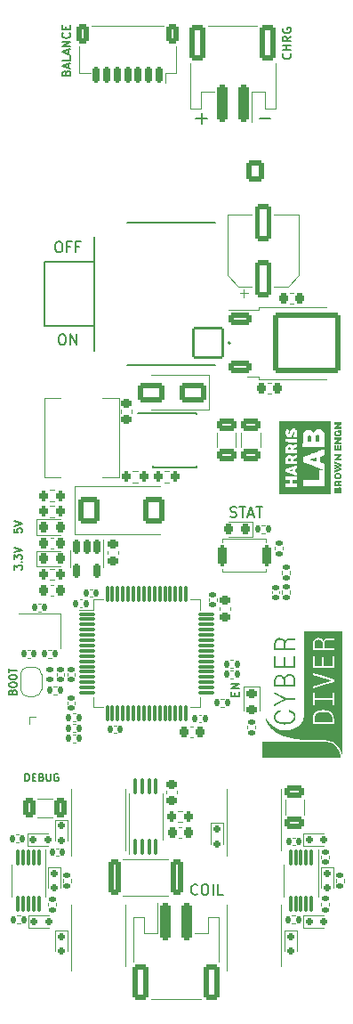
<source format=gbr>
%TF.GenerationSoftware,KiCad,Pcbnew,7.0.6*%
%TF.CreationDate,2024-05-08T12:01:16-04:00*%
%TF.ProjectId,ActiveImpactor_Power,41637469-7665-4496-9d70-6163746f725f,rev?*%
%TF.SameCoordinates,Original*%
%TF.FileFunction,Legend,Top*%
%TF.FilePolarity,Positive*%
%FSLAX46Y46*%
G04 Gerber Fmt 4.6, Leading zero omitted, Abs format (unit mm)*
G04 Created by KiCad (PCBNEW 7.0.6) date 2024-05-08 12:01:16*
%MOMM*%
%LPD*%
G01*
G04 APERTURE LIST*
G04 Aperture macros list*
%AMRoundRect*
0 Rectangle with rounded corners*
0 $1 Rounding radius*
0 $2 $3 $4 $5 $6 $7 $8 $9 X,Y pos of 4 corners*
0 Add a 4 corners polygon primitive as box body*
4,1,4,$2,$3,$4,$5,$6,$7,$8,$9,$2,$3,0*
0 Add four circle primitives for the rounded corners*
1,1,$1+$1,$2,$3*
1,1,$1+$1,$4,$5*
1,1,$1+$1,$6,$7*
1,1,$1+$1,$8,$9*
0 Add four rect primitives between the rounded corners*
20,1,$1+$1,$2,$3,$4,$5,0*
20,1,$1+$1,$4,$5,$6,$7,0*
20,1,$1+$1,$6,$7,$8,$9,0*
20,1,$1+$1,$8,$9,$2,$3,0*%
%AMFreePoly0*
4,1,19,0.500000,-0.750000,0.000000,-0.750000,0.000000,-0.744911,-0.071157,-0.744911,-0.207708,-0.704816,-0.327430,-0.627875,-0.420627,-0.520320,-0.479746,-0.390866,-0.500000,-0.250000,-0.500000,0.250000,-0.479746,0.390866,-0.420627,0.520320,-0.327430,0.627875,-0.207708,0.704816,-0.071157,0.744911,0.000000,0.744911,0.000000,0.750000,0.500000,0.750000,0.500000,-0.750000,0.500000,-0.750000,
$1*%
%AMFreePoly1*
4,1,19,0.000000,0.744911,0.071157,0.744911,0.207708,0.704816,0.327430,0.627875,0.420627,0.520320,0.479746,0.390866,0.500000,0.250000,0.500000,-0.250000,0.479746,-0.390866,0.420627,-0.520320,0.327430,-0.627875,0.207708,-0.704816,0.071157,-0.744911,0.000000,-0.744911,0.000000,-0.750000,-0.500000,-0.750000,-0.500000,0.750000,0.000000,0.750000,0.000000,0.744911,0.000000,0.744911,
$1*%
G04 Aperture macros list end*
%ADD10C,0.150000*%
%ADD11C,0.120000*%
%ADD12C,0.127000*%
%ADD13C,0.200000*%
%ADD14RoundRect,0.250000X0.250000X1.500000X-0.250000X1.500000X-0.250000X-1.500000X0.250000X-1.500000X0*%
%ADD15RoundRect,0.250001X0.499999X1.449999X-0.499999X1.449999X-0.499999X-1.449999X0.499999X-1.449999X0*%
%ADD16RoundRect,0.250000X1.000000X0.650000X-1.000000X0.650000X-1.000000X-0.650000X1.000000X-0.650000X0*%
%ADD17RoundRect,0.250000X0.550000X-1.500000X0.550000X1.500000X-0.550000X1.500000X-0.550000X-1.500000X0*%
%ADD18RoundRect,0.225000X-0.225000X-0.250000X0.225000X-0.250000X0.225000X0.250000X-0.225000X0.250000X0*%
%ADD19R,3.500000X2.350000*%
%ADD20RoundRect,0.150000X0.200000X-0.150000X0.200000X0.150000X-0.200000X0.150000X-0.200000X-0.150000X0*%
%ADD21RoundRect,0.150000X0.150000X0.625000X-0.150000X0.625000X-0.150000X-0.625000X0.150000X-0.625000X0*%
%ADD22RoundRect,0.250000X0.350000X0.650000X-0.350000X0.650000X-0.350000X-0.650000X0.350000X-0.650000X0*%
%ADD23RoundRect,0.135000X-0.135000X-0.185000X0.135000X-0.185000X0.135000X0.185000X-0.135000X0.185000X0*%
%ADD24RoundRect,0.218750X-0.218750X-0.256250X0.218750X-0.256250X0.218750X0.256250X-0.218750X0.256250X0*%
%ADD25RoundRect,0.250000X-0.250000X-1.500000X0.250000X-1.500000X0.250000X1.500000X-0.250000X1.500000X0*%
%ADD26RoundRect,0.250001X-0.499999X-1.449999X0.499999X-1.449999X0.499999X1.449999X-0.499999X1.449999X0*%
%ADD27RoundRect,0.135000X0.135000X0.185000X-0.135000X0.185000X-0.135000X-0.185000X0.135000X-0.185000X0*%
%ADD28FreePoly0,90.000000*%
%ADD29FreePoly1,90.000000*%
%ADD30RoundRect,0.140000X0.170000X-0.140000X0.170000X0.140000X-0.170000X0.140000X-0.170000X-0.140000X0*%
%ADD31RoundRect,0.200000X0.200000X0.800000X-0.200000X0.800000X-0.200000X-0.800000X0.200000X-0.800000X0*%
%ADD32RoundRect,0.075000X-0.700000X-0.075000X0.700000X-0.075000X0.700000X0.075000X-0.700000X0.075000X0*%
%ADD33RoundRect,0.075000X-0.075000X-0.700000X0.075000X-0.700000X0.075000X0.700000X-0.075000X0.700000X0*%
%ADD34RoundRect,0.200000X-0.200000X-0.275000X0.200000X-0.275000X0.200000X0.275000X-0.200000X0.275000X0*%
%ADD35RoundRect,0.250000X-0.362500X-1.425000X0.362500X-1.425000X0.362500X1.425000X-0.362500X1.425000X0*%
%ADD36RoundRect,0.102000X1.387500X-1.387500X1.387500X1.387500X-1.387500X1.387500X-1.387500X-1.387500X0*%
%ADD37C,2.979000*%
%ADD38R,0.610000X1.270000*%
%ADD39R,3.910000X3.810000*%
%ADD40R,0.610000X1.020000*%
%ADD41RoundRect,0.250000X-0.650000X0.325000X-0.650000X-0.325000X0.650000X-0.325000X0.650000X0.325000X0*%
%ADD42RoundRect,0.140000X0.140000X0.170000X-0.140000X0.170000X-0.140000X-0.170000X0.140000X-0.170000X0*%
%ADD43RoundRect,0.200000X0.200000X0.275000X-0.200000X0.275000X-0.200000X-0.275000X0.200000X-0.275000X0*%
%ADD44RoundRect,0.250000X0.325000X0.650000X-0.325000X0.650000X-0.325000X-0.650000X0.325000X-0.650000X0*%
%ADD45RoundRect,0.225000X0.250000X-0.225000X0.250000X0.225000X-0.250000X0.225000X-0.250000X-0.225000X0*%
%ADD46C,0.990600*%
%ADD47C,0.787400*%
%ADD48R,1.400000X1.200000*%
%ADD49RoundRect,0.150000X-0.150000X0.512500X-0.150000X-0.512500X0.150000X-0.512500X0.150000X0.512500X0*%
%ADD50RoundRect,0.150000X0.150000X0.200000X-0.150000X0.200000X-0.150000X-0.200000X0.150000X-0.200000X0*%
%ADD51C,4.750000*%
%ADD52RoundRect,0.250000X-0.850000X-0.350000X0.850000X-0.350000X0.850000X0.350000X-0.850000X0.350000X0*%
%ADD53RoundRect,0.249997X-2.950003X-2.650003X2.950003X-2.650003X2.950003X2.650003X-2.950003X2.650003X0*%
%ADD54RoundRect,0.218750X0.218750X0.256250X-0.218750X0.256250X-0.218750X-0.256250X0.218750X-0.256250X0*%
%ADD55RoundRect,0.147500X-0.172500X0.147500X-0.172500X-0.147500X0.172500X-0.147500X0.172500X0.147500X0*%
%ADD56R,1.550000X0.600000*%
%ADD57R,2.600000X3.100000*%
%ADD58RoundRect,0.225000X0.225000X0.250000X-0.225000X0.250000X-0.225000X-0.250000X0.225000X-0.250000X0*%
%ADD59RoundRect,0.140000X-0.170000X0.140000X-0.170000X-0.140000X0.170000X-0.140000X0.170000X0.140000X0*%
%ADD60RoundRect,0.100000X0.100000X-0.637500X0.100000X0.637500X-0.100000X0.637500X-0.100000X-0.637500X0*%
%ADD61RoundRect,0.135000X-0.185000X0.135000X-0.185000X-0.135000X0.185000X-0.135000X0.185000X0.135000X0*%
%ADD62RoundRect,0.135000X0.185000X-0.135000X0.185000X0.135000X-0.185000X0.135000X-0.185000X-0.135000X0*%
%ADD63RoundRect,0.225000X-0.250000X0.225000X-0.250000X-0.225000X0.250000X-0.225000X0.250000X0.225000X0*%
%ADD64RoundRect,0.218750X-0.256250X0.218750X-0.256250X-0.218750X0.256250X-0.218750X0.256250X0.218750X0*%
%ADD65RoundRect,0.250000X-0.787500X-1.025000X0.787500X-1.025000X0.787500X1.025000X-0.787500X1.025000X0*%
%ADD66RoundRect,0.140000X-0.140000X-0.170000X0.140000X-0.170000X0.140000X0.170000X-0.140000X0.170000X0*%
%ADD67RoundRect,0.075000X-0.075000X0.650000X-0.075000X-0.650000X0.075000X-0.650000X0.075000X0.650000X0*%
%ADD68R,3.800000X3.800000*%
%ADD69C,3.800000*%
%ADD70RoundRect,0.250000X0.600000X0.725000X-0.600000X0.725000X-0.600000X-0.725000X0.600000X-0.725000X0*%
%ADD71O,1.700000X1.950000*%
G04 APERTURE END LIST*
D10*
X2450000Y38000000D02*
X2450000Y37000000D01*
X9000000Y37500000D02*
X8000000Y37500000D01*
X3000000Y37500000D02*
X1900000Y37500000D01*
X5593247Y-17440475D02*
X5593247Y-17173809D01*
X6012295Y-17059523D02*
X6012295Y-17440475D01*
X6012295Y-17440475D02*
X5212295Y-17440475D01*
X5212295Y-17440475D02*
X5212295Y-17059523D01*
X6012295Y-16716665D02*
X5212295Y-16716665D01*
X5212295Y-16716665D02*
X6012295Y-16259522D01*
X6012295Y-16259522D02*
X5212295Y-16259522D01*
X-15383966Y-1533333D02*
X-15383966Y-1866666D01*
X-15383966Y-1866666D02*
X-15050633Y-1899999D01*
X-15050633Y-1899999D02*
X-15083966Y-1866666D01*
X-15083966Y-1866666D02*
X-15117300Y-1799999D01*
X-15117300Y-1799999D02*
X-15117300Y-1633333D01*
X-15117300Y-1633333D02*
X-15083966Y-1566666D01*
X-15083966Y-1566666D02*
X-15050633Y-1533333D01*
X-15050633Y-1533333D02*
X-14983966Y-1499999D01*
X-14983966Y-1499999D02*
X-14817300Y-1499999D01*
X-14817300Y-1499999D02*
X-14750633Y-1533333D01*
X-14750633Y-1533333D02*
X-14717300Y-1566666D01*
X-14717300Y-1566666D02*
X-14683966Y-1633333D01*
X-14683966Y-1633333D02*
X-14683966Y-1799999D01*
X-14683966Y-1799999D02*
X-14717300Y-1866666D01*
X-14717300Y-1866666D02*
X-14750633Y-1899999D01*
X-15383966Y-1299999D02*
X-14683966Y-1066666D01*
X-14683966Y-1066666D02*
X-15383966Y-833332D01*
X10886104Y43628572D02*
X10924200Y43590476D01*
X10924200Y43590476D02*
X10962295Y43476191D01*
X10962295Y43476191D02*
X10962295Y43400000D01*
X10962295Y43400000D02*
X10924200Y43285714D01*
X10924200Y43285714D02*
X10848009Y43209524D01*
X10848009Y43209524D02*
X10771819Y43171429D01*
X10771819Y43171429D02*
X10619438Y43133333D01*
X10619438Y43133333D02*
X10505152Y43133333D01*
X10505152Y43133333D02*
X10352771Y43171429D01*
X10352771Y43171429D02*
X10276580Y43209524D01*
X10276580Y43209524D02*
X10200390Y43285714D01*
X10200390Y43285714D02*
X10162295Y43400000D01*
X10162295Y43400000D02*
X10162295Y43476191D01*
X10162295Y43476191D02*
X10200390Y43590476D01*
X10200390Y43590476D02*
X10238485Y43628572D01*
X10962295Y43971429D02*
X10162295Y43971429D01*
X10543247Y43971429D02*
X10543247Y44428572D01*
X10962295Y44428572D02*
X10162295Y44428572D01*
X10962295Y45266667D02*
X10581342Y45000000D01*
X10962295Y44809524D02*
X10162295Y44809524D01*
X10162295Y44809524D02*
X10162295Y45114286D01*
X10162295Y45114286D02*
X10200390Y45190476D01*
X10200390Y45190476D02*
X10238485Y45228571D01*
X10238485Y45228571D02*
X10314676Y45266667D01*
X10314676Y45266667D02*
X10428961Y45266667D01*
X10428961Y45266667D02*
X10505152Y45228571D01*
X10505152Y45228571D02*
X10543247Y45190476D01*
X10543247Y45190476D02*
X10581342Y45114286D01*
X10581342Y45114286D02*
X10581342Y44809524D01*
X10200390Y46028571D02*
X10162295Y45952381D01*
X10162295Y45952381D02*
X10162295Y45838095D01*
X10162295Y45838095D02*
X10200390Y45723809D01*
X10200390Y45723809D02*
X10276580Y45647619D01*
X10276580Y45647619D02*
X10352771Y45609524D01*
X10352771Y45609524D02*
X10505152Y45571428D01*
X10505152Y45571428D02*
X10619438Y45571428D01*
X10619438Y45571428D02*
X10771819Y45609524D01*
X10771819Y45609524D02*
X10848009Y45647619D01*
X10848009Y45647619D02*
X10924200Y45723809D01*
X10924200Y45723809D02*
X10962295Y45838095D01*
X10962295Y45838095D02*
X10962295Y45914286D01*
X10962295Y45914286D02*
X10924200Y46028571D01*
X10924200Y46028571D02*
X10886104Y46066667D01*
X10886104Y46066667D02*
X10619438Y46066667D01*
X10619438Y46066667D02*
X10619438Y45914286D01*
X5173809Y-407200D02*
X5316666Y-454819D01*
X5316666Y-454819D02*
X5554761Y-454819D01*
X5554761Y-454819D02*
X5649999Y-407200D01*
X5649999Y-407200D02*
X5697618Y-359580D01*
X5697618Y-359580D02*
X5745237Y-264342D01*
X5745237Y-264342D02*
X5745237Y-169104D01*
X5745237Y-169104D02*
X5697618Y-73866D01*
X5697618Y-73866D02*
X5649999Y-26247D01*
X5649999Y-26247D02*
X5554761Y21371D01*
X5554761Y21371D02*
X5364285Y68990D01*
X5364285Y68990D02*
X5269047Y116609D01*
X5269047Y116609D02*
X5221428Y164228D01*
X5221428Y164228D02*
X5173809Y259466D01*
X5173809Y259466D02*
X5173809Y354704D01*
X5173809Y354704D02*
X5221428Y449942D01*
X5221428Y449942D02*
X5269047Y497561D01*
X5269047Y497561D02*
X5364285Y545180D01*
X5364285Y545180D02*
X5602380Y545180D01*
X5602380Y545180D02*
X5745237Y497561D01*
X6030952Y545180D02*
X6602380Y545180D01*
X6316666Y-454819D02*
X6316666Y545180D01*
X6888095Y-169104D02*
X7364285Y-169104D01*
X6792857Y-454819D02*
X7126190Y545180D01*
X7126190Y545180D02*
X7459523Y-454819D01*
X7650000Y545180D02*
X8221428Y545180D01*
X7935714Y-454819D02*
X7935714Y545180D01*
X-14366666Y-25516033D02*
X-14366666Y-24816033D01*
X-14366666Y-24816033D02*
X-14199999Y-24816033D01*
X-14199999Y-24816033D02*
X-14099999Y-24849366D01*
X-14099999Y-24849366D02*
X-14033333Y-24916033D01*
X-14033333Y-24916033D02*
X-13999999Y-24982700D01*
X-13999999Y-24982700D02*
X-13966666Y-25116033D01*
X-13966666Y-25116033D02*
X-13966666Y-25216033D01*
X-13966666Y-25216033D02*
X-13999999Y-25349366D01*
X-13999999Y-25349366D02*
X-14033333Y-25416033D01*
X-14033333Y-25416033D02*
X-14099999Y-25482700D01*
X-14099999Y-25482700D02*
X-14199999Y-25516033D01*
X-14199999Y-25516033D02*
X-14366666Y-25516033D01*
X-13666666Y-25149366D02*
X-13433333Y-25149366D01*
X-13333333Y-25516033D02*
X-13666666Y-25516033D01*
X-13666666Y-25516033D02*
X-13666666Y-24816033D01*
X-13666666Y-24816033D02*
X-13333333Y-24816033D01*
X-12800000Y-25149366D02*
X-12700000Y-25182700D01*
X-12700000Y-25182700D02*
X-12666666Y-25216033D01*
X-12666666Y-25216033D02*
X-12633333Y-25282700D01*
X-12633333Y-25282700D02*
X-12633333Y-25382700D01*
X-12633333Y-25382700D02*
X-12666666Y-25449366D01*
X-12666666Y-25449366D02*
X-12700000Y-25482700D01*
X-12700000Y-25482700D02*
X-12766666Y-25516033D01*
X-12766666Y-25516033D02*
X-13033333Y-25516033D01*
X-13033333Y-25516033D02*
X-13033333Y-24816033D01*
X-13033333Y-24816033D02*
X-12800000Y-24816033D01*
X-12800000Y-24816033D02*
X-12733333Y-24849366D01*
X-12733333Y-24849366D02*
X-12700000Y-24882700D01*
X-12700000Y-24882700D02*
X-12666666Y-24949366D01*
X-12666666Y-24949366D02*
X-12666666Y-25016033D01*
X-12666666Y-25016033D02*
X-12700000Y-25082700D01*
X-12700000Y-25082700D02*
X-12733333Y-25116033D01*
X-12733333Y-25116033D02*
X-12800000Y-25149366D01*
X-12800000Y-25149366D02*
X-13033333Y-25149366D01*
X-12333333Y-24816033D02*
X-12333333Y-25382700D01*
X-12333333Y-25382700D02*
X-12300000Y-25449366D01*
X-12300000Y-25449366D02*
X-12266666Y-25482700D01*
X-12266666Y-25482700D02*
X-12200000Y-25516033D01*
X-12200000Y-25516033D02*
X-12066666Y-25516033D01*
X-12066666Y-25516033D02*
X-12000000Y-25482700D01*
X-12000000Y-25482700D02*
X-11966666Y-25449366D01*
X-11966666Y-25449366D02*
X-11933333Y-25382700D01*
X-11933333Y-25382700D02*
X-11933333Y-24816033D01*
X-11233333Y-24849366D02*
X-11300000Y-24816033D01*
X-11300000Y-24816033D02*
X-11400000Y-24816033D01*
X-11400000Y-24816033D02*
X-11500000Y-24849366D01*
X-11500000Y-24849366D02*
X-11566667Y-24916033D01*
X-11566667Y-24916033D02*
X-11600000Y-24982700D01*
X-11600000Y-24982700D02*
X-11633333Y-25116033D01*
X-11633333Y-25116033D02*
X-11633333Y-25216033D01*
X-11633333Y-25216033D02*
X-11600000Y-25349366D01*
X-11600000Y-25349366D02*
X-11566667Y-25416033D01*
X-11566667Y-25416033D02*
X-11500000Y-25482700D01*
X-11500000Y-25482700D02*
X-11400000Y-25516033D01*
X-11400000Y-25516033D02*
X-11333333Y-25516033D01*
X-11333333Y-25516033D02*
X-11233333Y-25482700D01*
X-11233333Y-25482700D02*
X-11200000Y-25449366D01*
X-11200000Y-25449366D02*
X-11200000Y-25216033D01*
X-11200000Y-25216033D02*
X-11333333Y-25216033D01*
X-10919047Y16945180D02*
X-10728571Y16945180D01*
X-10728571Y16945180D02*
X-10633333Y16897561D01*
X-10633333Y16897561D02*
X-10538095Y16802323D01*
X-10538095Y16802323D02*
X-10490476Y16611847D01*
X-10490476Y16611847D02*
X-10490476Y16278514D01*
X-10490476Y16278514D02*
X-10538095Y16088038D01*
X-10538095Y16088038D02*
X-10633333Y15992800D01*
X-10633333Y15992800D02*
X-10728571Y15945180D01*
X-10728571Y15945180D02*
X-10919047Y15945180D01*
X-10919047Y15945180D02*
X-11014285Y15992800D01*
X-11014285Y15992800D02*
X-11109523Y16088038D01*
X-11109523Y16088038D02*
X-11157142Y16278514D01*
X-11157142Y16278514D02*
X-11157142Y16611847D01*
X-11157142Y16611847D02*
X-11109523Y16802323D01*
X-11109523Y16802323D02*
X-11014285Y16897561D01*
X-11014285Y16897561D02*
X-10919047Y16945180D01*
X-10061904Y15945180D02*
X-10061904Y16945180D01*
X-10061904Y16945180D02*
X-9490476Y15945180D01*
X-9490476Y15945180D02*
X-9490476Y16945180D01*
X2042857Y-36259580D02*
X1995238Y-36307200D01*
X1995238Y-36307200D02*
X1852381Y-36354819D01*
X1852381Y-36354819D02*
X1757143Y-36354819D01*
X1757143Y-36354819D02*
X1614286Y-36307200D01*
X1614286Y-36307200D02*
X1519048Y-36211961D01*
X1519048Y-36211961D02*
X1471429Y-36116723D01*
X1471429Y-36116723D02*
X1423810Y-35926247D01*
X1423810Y-35926247D02*
X1423810Y-35783390D01*
X1423810Y-35783390D02*
X1471429Y-35592914D01*
X1471429Y-35592914D02*
X1519048Y-35497676D01*
X1519048Y-35497676D02*
X1614286Y-35402438D01*
X1614286Y-35402438D02*
X1757143Y-35354819D01*
X1757143Y-35354819D02*
X1852381Y-35354819D01*
X1852381Y-35354819D02*
X1995238Y-35402438D01*
X1995238Y-35402438D02*
X2042857Y-35450057D01*
X2661905Y-35354819D02*
X2852381Y-35354819D01*
X2852381Y-35354819D02*
X2947619Y-35402438D01*
X2947619Y-35402438D02*
X3042857Y-35497676D01*
X3042857Y-35497676D02*
X3090476Y-35688152D01*
X3090476Y-35688152D02*
X3090476Y-36021485D01*
X3090476Y-36021485D02*
X3042857Y-36211961D01*
X3042857Y-36211961D02*
X2947619Y-36307200D01*
X2947619Y-36307200D02*
X2852381Y-36354819D01*
X2852381Y-36354819D02*
X2661905Y-36354819D01*
X2661905Y-36354819D02*
X2566667Y-36307200D01*
X2566667Y-36307200D02*
X2471429Y-36211961D01*
X2471429Y-36211961D02*
X2423810Y-36021485D01*
X2423810Y-36021485D02*
X2423810Y-35688152D01*
X2423810Y-35688152D02*
X2471429Y-35497676D01*
X2471429Y-35497676D02*
X2566667Y-35402438D01*
X2566667Y-35402438D02*
X2661905Y-35354819D01*
X3519048Y-36354819D02*
X3519048Y-35354819D01*
X4471428Y-36354819D02*
X3995238Y-36354819D01*
X3995238Y-36354819D02*
X3995238Y-35354819D01*
X-10456752Y41766666D02*
X-10418657Y41880952D01*
X-10418657Y41880952D02*
X-10380561Y41919047D01*
X-10380561Y41919047D02*
X-10304371Y41957143D01*
X-10304371Y41957143D02*
X-10190085Y41957143D01*
X-10190085Y41957143D02*
X-10113895Y41919047D01*
X-10113895Y41919047D02*
X-10075800Y41880952D01*
X-10075800Y41880952D02*
X-10037704Y41804762D01*
X-10037704Y41804762D02*
X-10037704Y41500000D01*
X-10037704Y41500000D02*
X-10837704Y41500000D01*
X-10837704Y41500000D02*
X-10837704Y41766666D01*
X-10837704Y41766666D02*
X-10799609Y41842857D01*
X-10799609Y41842857D02*
X-10761514Y41880952D01*
X-10761514Y41880952D02*
X-10685323Y41919047D01*
X-10685323Y41919047D02*
X-10609133Y41919047D01*
X-10609133Y41919047D02*
X-10532942Y41880952D01*
X-10532942Y41880952D02*
X-10494847Y41842857D01*
X-10494847Y41842857D02*
X-10456752Y41766666D01*
X-10456752Y41766666D02*
X-10456752Y41500000D01*
X-10266276Y42261904D02*
X-10266276Y42642857D01*
X-10037704Y42185714D02*
X-10837704Y42452381D01*
X-10837704Y42452381D02*
X-10037704Y42719047D01*
X-10037704Y43366666D02*
X-10037704Y42985714D01*
X-10037704Y42985714D02*
X-10837704Y42985714D01*
X-10266276Y43595237D02*
X-10266276Y43976190D01*
X-10037704Y43519047D02*
X-10837704Y43785714D01*
X-10837704Y43785714D02*
X-10037704Y44052380D01*
X-10037704Y44319047D02*
X-10837704Y44319047D01*
X-10837704Y44319047D02*
X-10037704Y44776190D01*
X-10037704Y44776190D02*
X-10837704Y44776190D01*
X-10113895Y45614285D02*
X-10075800Y45576189D01*
X-10075800Y45576189D02*
X-10037704Y45461904D01*
X-10037704Y45461904D02*
X-10037704Y45385713D01*
X-10037704Y45385713D02*
X-10075800Y45271427D01*
X-10075800Y45271427D02*
X-10151990Y45195237D01*
X-10151990Y45195237D02*
X-10228180Y45157142D01*
X-10228180Y45157142D02*
X-10380561Y45119046D01*
X-10380561Y45119046D02*
X-10494847Y45119046D01*
X-10494847Y45119046D02*
X-10647228Y45157142D01*
X-10647228Y45157142D02*
X-10723419Y45195237D01*
X-10723419Y45195237D02*
X-10799609Y45271427D01*
X-10799609Y45271427D02*
X-10837704Y45385713D01*
X-10837704Y45385713D02*
X-10837704Y45461904D01*
X-10837704Y45461904D02*
X-10799609Y45576189D01*
X-10799609Y45576189D02*
X-10761514Y45614285D01*
X-10456752Y45957142D02*
X-10456752Y46223808D01*
X-10037704Y46338094D02*
X-10037704Y45957142D01*
X-10037704Y45957142D02*
X-10837704Y45957142D01*
X-10837704Y45957142D02*
X-10837704Y46338094D01*
X-15550633Y-17049999D02*
X-15517300Y-16949999D01*
X-15517300Y-16949999D02*
X-15483966Y-16916665D01*
X-15483966Y-16916665D02*
X-15417300Y-16883332D01*
X-15417300Y-16883332D02*
X-15317300Y-16883332D01*
X-15317300Y-16883332D02*
X-15250633Y-16916665D01*
X-15250633Y-16916665D02*
X-15217300Y-16949999D01*
X-15217300Y-16949999D02*
X-15183966Y-17016665D01*
X-15183966Y-17016665D02*
X-15183966Y-17283332D01*
X-15183966Y-17283332D02*
X-15883966Y-17283332D01*
X-15883966Y-17283332D02*
X-15883966Y-17049999D01*
X-15883966Y-17049999D02*
X-15850633Y-16983332D01*
X-15850633Y-16983332D02*
X-15817300Y-16949999D01*
X-15817300Y-16949999D02*
X-15750633Y-16916665D01*
X-15750633Y-16916665D02*
X-15683966Y-16916665D01*
X-15683966Y-16916665D02*
X-15617300Y-16949999D01*
X-15617300Y-16949999D02*
X-15583966Y-16983332D01*
X-15583966Y-16983332D02*
X-15550633Y-17049999D01*
X-15550633Y-17049999D02*
X-15550633Y-17283332D01*
X-15883966Y-16449999D02*
X-15883966Y-16316665D01*
X-15883966Y-16316665D02*
X-15850633Y-16249999D01*
X-15850633Y-16249999D02*
X-15783966Y-16183332D01*
X-15783966Y-16183332D02*
X-15650633Y-16149999D01*
X-15650633Y-16149999D02*
X-15417300Y-16149999D01*
X-15417300Y-16149999D02*
X-15283966Y-16183332D01*
X-15283966Y-16183332D02*
X-15217300Y-16249999D01*
X-15217300Y-16249999D02*
X-15183966Y-16316665D01*
X-15183966Y-16316665D02*
X-15183966Y-16449999D01*
X-15183966Y-16449999D02*
X-15217300Y-16516665D01*
X-15217300Y-16516665D02*
X-15283966Y-16583332D01*
X-15283966Y-16583332D02*
X-15417300Y-16616665D01*
X-15417300Y-16616665D02*
X-15650633Y-16616665D01*
X-15650633Y-16616665D02*
X-15783966Y-16583332D01*
X-15783966Y-16583332D02*
X-15850633Y-16516665D01*
X-15850633Y-16516665D02*
X-15883966Y-16449999D01*
X-15883966Y-15716666D02*
X-15883966Y-15583332D01*
X-15883966Y-15583332D02*
X-15850633Y-15516666D01*
X-15850633Y-15516666D02*
X-15783966Y-15449999D01*
X-15783966Y-15449999D02*
X-15650633Y-15416666D01*
X-15650633Y-15416666D02*
X-15417300Y-15416666D01*
X-15417300Y-15416666D02*
X-15283966Y-15449999D01*
X-15283966Y-15449999D02*
X-15217300Y-15516666D01*
X-15217300Y-15516666D02*
X-15183966Y-15583332D01*
X-15183966Y-15583332D02*
X-15183966Y-15716666D01*
X-15183966Y-15716666D02*
X-15217300Y-15783332D01*
X-15217300Y-15783332D02*
X-15283966Y-15849999D01*
X-15283966Y-15849999D02*
X-15417300Y-15883332D01*
X-15417300Y-15883332D02*
X-15650633Y-15883332D01*
X-15650633Y-15883332D02*
X-15783966Y-15849999D01*
X-15783966Y-15849999D02*
X-15850633Y-15783332D01*
X-15850633Y-15783332D02*
X-15883966Y-15716666D01*
X-15883966Y-15216666D02*
X-15883966Y-14816666D01*
X-15183966Y-15016666D02*
X-15883966Y-15016666D01*
X-15383966Y-5433333D02*
X-15383966Y-4999999D01*
X-15383966Y-4999999D02*
X-15117300Y-5233333D01*
X-15117300Y-5233333D02*
X-15117300Y-5133333D01*
X-15117300Y-5133333D02*
X-15083966Y-5066666D01*
X-15083966Y-5066666D02*
X-15050633Y-5033333D01*
X-15050633Y-5033333D02*
X-14983966Y-4999999D01*
X-14983966Y-4999999D02*
X-14817300Y-4999999D01*
X-14817300Y-4999999D02*
X-14750633Y-5033333D01*
X-14750633Y-5033333D02*
X-14717300Y-5066666D01*
X-14717300Y-5066666D02*
X-14683966Y-5133333D01*
X-14683966Y-5133333D02*
X-14683966Y-5333333D01*
X-14683966Y-5333333D02*
X-14717300Y-5399999D01*
X-14717300Y-5399999D02*
X-14750633Y-5433333D01*
X-14750633Y-4699999D02*
X-14717300Y-4666666D01*
X-14717300Y-4666666D02*
X-14683966Y-4699999D01*
X-14683966Y-4699999D02*
X-14717300Y-4733332D01*
X-14717300Y-4733332D02*
X-14750633Y-4699999D01*
X-14750633Y-4699999D02*
X-14683966Y-4699999D01*
X-15383966Y-4433333D02*
X-15383966Y-3999999D01*
X-15383966Y-3999999D02*
X-15117300Y-4233333D01*
X-15117300Y-4233333D02*
X-15117300Y-4133333D01*
X-15117300Y-4133333D02*
X-15083966Y-4066666D01*
X-15083966Y-4066666D02*
X-15050633Y-4033333D01*
X-15050633Y-4033333D02*
X-14983966Y-3999999D01*
X-14983966Y-3999999D02*
X-14817300Y-3999999D01*
X-14817300Y-3999999D02*
X-14750633Y-4033333D01*
X-14750633Y-4033333D02*
X-14717300Y-4066666D01*
X-14717300Y-4066666D02*
X-14683966Y-4133333D01*
X-14683966Y-4133333D02*
X-14683966Y-4333333D01*
X-14683966Y-4333333D02*
X-14717300Y-4399999D01*
X-14717300Y-4399999D02*
X-14750633Y-4433333D01*
X-15383966Y-3799999D02*
X-14683966Y-3566666D01*
X-14683966Y-3566666D02*
X-15383966Y-3333332D01*
X-11252380Y25745180D02*
X-11061904Y25745180D01*
X-11061904Y25745180D02*
X-10966666Y25697561D01*
X-10966666Y25697561D02*
X-10871428Y25602323D01*
X-10871428Y25602323D02*
X-10823809Y25411847D01*
X-10823809Y25411847D02*
X-10823809Y25078514D01*
X-10823809Y25078514D02*
X-10871428Y24888038D01*
X-10871428Y24888038D02*
X-10966666Y24792800D01*
X-10966666Y24792800D02*
X-11061904Y24745180D01*
X-11061904Y24745180D02*
X-11252380Y24745180D01*
X-11252380Y24745180D02*
X-11347618Y24792800D01*
X-11347618Y24792800D02*
X-11442856Y24888038D01*
X-11442856Y24888038D02*
X-11490475Y25078514D01*
X-11490475Y25078514D02*
X-11490475Y25411847D01*
X-11490475Y25411847D02*
X-11442856Y25602323D01*
X-11442856Y25602323D02*
X-11347618Y25697561D01*
X-11347618Y25697561D02*
X-11252380Y25745180D01*
X-10061904Y25268990D02*
X-10395237Y25268990D01*
X-10395237Y24745180D02*
X-10395237Y25745180D01*
X-10395237Y25745180D02*
X-9919047Y25745180D01*
X-9204761Y25268990D02*
X-9538094Y25268990D01*
X-9538094Y24745180D02*
X-9538094Y25745180D01*
X-9538094Y25745180D02*
X-9061904Y25745180D01*
D11*
%TO.C,J105*%
X9460000Y38440000D02*
X8440000Y38440000D01*
X9460000Y42690000D02*
X9460000Y38440000D01*
X8440000Y38440000D02*
X8440000Y40040000D01*
X8440000Y40040000D02*
X7160000Y40040000D01*
X7740000Y46260000D02*
X3060000Y46260000D01*
X7160000Y40040000D02*
X7160000Y37150000D01*
X2360000Y38440000D02*
X2360000Y40040000D01*
X2360000Y40040000D02*
X3640000Y40040000D01*
X1340000Y38440000D02*
X2360000Y38440000D01*
X1340000Y42690000D02*
X1340000Y38440000D01*
%TO.C,D101*%
X3110000Y9750000D02*
X3110000Y13050000D01*
X3110000Y9750000D02*
X-2400000Y9750000D01*
X3110000Y13050000D02*
X-2400000Y13050000D01*
%TO.C,C101*%
X6452500Y20462500D02*
X6452500Y21250000D01*
X6058750Y20856250D02*
X6846250Y20856250D01*
X5954437Y21490000D02*
X7240000Y21490000D01*
X5954437Y21490000D02*
X4890000Y22554437D01*
X10645563Y21490000D02*
X9360000Y21490000D01*
X10645563Y21490000D02*
X11710000Y22554437D01*
X4890000Y22554437D02*
X4890000Y28310000D01*
X11710000Y22554437D02*
X11710000Y28310000D01*
X4890000Y28310000D02*
X7240000Y28310000D01*
X11710000Y28310000D02*
X9360000Y28310000D01*
%TO.C,C303*%
X8759420Y12310000D02*
X9040580Y12310000D01*
X8759420Y11290000D02*
X9040580Y11290000D01*
%TO.C,L101*%
X-5440000Y10860000D02*
X-6990000Y10860000D01*
X-5440000Y10860000D02*
X-5440000Y3340000D01*
X-12560000Y10860000D02*
X-11010000Y10860000D01*
X-12560000Y10860000D02*
X-12560000Y3340000D01*
X-5440000Y3340000D02*
X-6990000Y3340000D01*
X-12560000Y3340000D02*
X-11010000Y3340000D01*
%TO.C,D302*%
X-11000000Y-33740000D02*
X-12200000Y-33740000D01*
X-11000000Y-35700000D02*
X-11000000Y-33740000D01*
X-12200000Y-35700000D02*
X-12200000Y-33740000D01*
%TO.C,J104*%
X10000Y41815000D02*
X-1040000Y41815000D01*
X10000Y44315000D02*
X10000Y41815000D01*
X-1040000Y41815000D02*
X-1040000Y40825000D01*
X-1160000Y46285000D02*
X-8040000Y46285000D01*
X-9210000Y41815000D02*
X-8160000Y41815000D01*
X-9210000Y44315000D02*
X-9210000Y41815000D01*
%TO.C,R201*%
X8146359Y-1220000D02*
X8453641Y-1220000D01*
X8146359Y-1980000D02*
X8453641Y-1980000D01*
%TO.C,D102*%
X-13285000Y-665000D02*
X-13285000Y-2135000D01*
X-13285000Y-2135000D02*
X-11000000Y-2135000D01*
X-11000000Y-665000D02*
X-13285000Y-665000D01*
%TO.C,J301*%
X-4060000Y-38440000D02*
X-3040000Y-38440000D01*
X-4060000Y-42690000D02*
X-4060000Y-38440000D01*
X-3040000Y-38440000D02*
X-3040000Y-40040000D01*
X-3040000Y-40040000D02*
X-1760000Y-40040000D01*
X-2340000Y-46260000D02*
X2340000Y-46260000D01*
X-1760000Y-40040000D02*
X-1760000Y-37150000D01*
X3040000Y-38440000D02*
X3040000Y-40040000D01*
X3040000Y-40040000D02*
X1760000Y-40040000D01*
X4060000Y-38440000D02*
X3040000Y-38440000D01*
X4060000Y-42690000D02*
X4060000Y-38440000D01*
%TO.C,R101*%
X4246359Y-17720000D02*
X4553641Y-17720000D01*
X4246359Y-18480000D02*
X4553641Y-18480000D01*
%TO.C,R205*%
X-9546359Y-20880000D02*
X-9853641Y-20880000D01*
X-9546359Y-20120000D02*
X-9853641Y-20120000D01*
%TO.C,JP201*%
X-13500000Y-17500000D02*
X-14100000Y-17500000D01*
X-14800000Y-16800000D02*
X-14800000Y-15400000D01*
X-12800000Y-15400000D02*
X-12800000Y-16800000D01*
X-14100000Y-14700000D02*
X-13500000Y-14700000D01*
X-14800000Y-16800000D02*
G75*
G03*
X-14100000Y-17500000I699999J-1D01*
G01*
X-13500000Y-17500000D02*
G75*
G03*
X-12800000Y-16800000I1J699999D01*
G01*
X-14100000Y-14700000D02*
G75*
G03*
X-14800000Y-15400000I0J-700000D01*
G01*
X-12800000Y-15400000D02*
G75*
G03*
X-13500000Y-14700000I-700000J0D01*
G01*
%TO.C,C209*%
X-11360000Y-15507836D02*
X-11360000Y-15292164D01*
X-10640000Y-15507836D02*
X-10640000Y-15292164D01*
%TO.C,R102*%
X5453641Y-14780000D02*
X5146359Y-14780000D01*
X5453641Y-14020000D02*
X5146359Y-14020000D01*
%TO.C,R204*%
X-11846359Y-13830000D02*
X-12153641Y-13830000D01*
X-11846359Y-13070000D02*
X-12153641Y-13070000D01*
%TO.C,SW201*%
X8570000Y-5670000D02*
X4430000Y-5670000D01*
X8570000Y-5370000D02*
X8570000Y-5670000D01*
X8570000Y-2530000D02*
X8570000Y-2830000D01*
X4430000Y-5670000D02*
X4430000Y-5370000D01*
X4430000Y-2830000D02*
X4430000Y-2530000D01*
X4430000Y-2530000D02*
X8570000Y-2530000D01*
%TO.C,U201*%
X-7910000Y-8290000D02*
X-7910000Y-9240000D01*
X-7910000Y-9240000D02*
X-9250000Y-9240000D01*
X-7910000Y-18510000D02*
X-7910000Y-17560000D01*
X-6960000Y-8290000D02*
X-7910000Y-8290000D01*
X-6960000Y-18510000D02*
X-7910000Y-18510000D01*
X1360000Y-8290000D02*
X2310000Y-8290000D01*
X1360000Y-18510000D02*
X2310000Y-18510000D01*
X2310000Y-8290000D02*
X2310000Y-9240000D01*
X2310000Y-18510000D02*
X2310000Y-17560000D01*
%TO.C,R107*%
X-12037258Y622500D02*
X-11562742Y622500D01*
X-12037258Y-422500D02*
X-11562742Y-422500D01*
%TO.C,R302*%
X-5077064Y-32990000D02*
X-722936Y-32990000D01*
X-5077064Y-36410000D02*
X-722936Y-36410000D01*
D12*
%TO.C,SW101*%
X-4664000Y14015000D02*
X3700000Y14015000D01*
X-7770000Y15400000D02*
X-7770000Y26200000D01*
X-12490000Y17750000D02*
X-12490000Y23850000D01*
X-7775000Y17750000D02*
X-12490000Y17750000D01*
X-12490000Y23850000D02*
X-7775000Y23850000D01*
X-4664000Y27585000D02*
X3700000Y27585000D01*
D13*
X5150000Y16100000D02*
G75*
G03*
X5150000Y16100000I-100000J0D01*
G01*
D11*
%TO.C,Q303*%
X4830000Y-32600000D02*
X4830000Y-26255000D01*
X9970000Y-32145000D02*
X9970000Y-26255000D01*
%TO.C,C102*%
X8010000Y7611252D02*
X8010000Y6188748D01*
X6190000Y7611252D02*
X6190000Y6188748D01*
%TO.C,C208*%
X-5692164Y-20960000D02*
X-5907836Y-20960000D01*
X-5692164Y-20240000D02*
X-5907836Y-20240000D01*
%TO.C,C205*%
X-7962164Y-8010000D02*
X-8177836Y-8010000D01*
X-7962164Y-7290000D02*
X-8177836Y-7290000D01*
%TO.C,R110*%
X637258Y-29422500D02*
X162742Y-29422500D01*
X637258Y-28377500D02*
X162742Y-28377500D01*
%TO.C,G\u002A\u002A\u002A*%
G36*
X11366863Y-14221212D02*
G01*
X11366863Y-14767448D01*
X10355084Y-14767448D01*
X9343304Y-14767448D01*
X9343304Y-14227419D01*
X9343304Y-13687390D01*
X9423999Y-13687390D01*
X9504693Y-13687390D01*
X9504693Y-14140518D01*
X9504693Y-14593646D01*
X9877127Y-14593646D01*
X10249561Y-14593646D01*
X10249561Y-14183969D01*
X10249561Y-13774291D01*
X10330255Y-13774291D01*
X10410949Y-13774291D01*
X10410949Y-14183969D01*
X10410949Y-14593646D01*
X10808212Y-14593646D01*
X11205475Y-14593646D01*
X11205475Y-14134311D01*
X11205475Y-13674975D01*
X11286169Y-13674975D01*
X11366863Y-13674975D01*
X11366863Y-14221212D01*
G37*
G36*
X13635306Y-12104042D02*
G01*
X13730712Y-12126508D01*
X13811274Y-12168014D01*
X13853805Y-12203663D01*
X13883553Y-12235414D01*
X13906797Y-12266518D01*
X13924410Y-12300626D01*
X13937266Y-12341387D01*
X13946237Y-12392452D01*
X13952197Y-12457472D01*
X13956019Y-12540095D01*
X13958527Y-12641471D01*
X13963620Y-12905278D01*
X13571497Y-12905278D01*
X13179375Y-12905278D01*
X13179375Y-12670015D01*
X13180086Y-12567518D01*
X13182640Y-12485765D01*
X13187668Y-12420698D01*
X13195799Y-12368260D01*
X13207665Y-12324396D01*
X13223895Y-12285049D01*
X13245121Y-12246161D01*
X13245301Y-12245861D01*
X13294616Y-12184151D01*
X13358963Y-12139890D01*
X13439997Y-12112225D01*
X13526106Y-12100948D01*
X13635306Y-12104042D01*
G37*
G36*
X14162176Y-18971237D02*
G01*
X14259391Y-18977544D01*
X14343212Y-18987225D01*
X14398894Y-18997949D01*
X14524019Y-19037532D01*
X14628111Y-19088847D01*
X14712473Y-19152781D01*
X14778405Y-19230216D01*
X14804524Y-19273628D01*
X14831496Y-19331232D01*
X14851665Y-19392143D01*
X14865805Y-19460927D01*
X14874694Y-19542151D01*
X14879105Y-19640382D01*
X14879941Y-19717717D01*
X14880157Y-19919452D01*
X14029766Y-19919452D01*
X13179375Y-19919452D01*
X13179590Y-19717717D01*
X13181444Y-19605585D01*
X13187256Y-19513509D01*
X13197803Y-19436924D01*
X13213860Y-19371262D01*
X13236202Y-19311956D01*
X13255008Y-19273628D01*
X13315176Y-19186949D01*
X13395772Y-19113889D01*
X13496225Y-19054818D01*
X13615964Y-19010109D01*
X13688368Y-18992084D01*
X13761190Y-18980762D01*
X13851073Y-18973067D01*
X13951925Y-18968948D01*
X14057657Y-18968355D01*
X14162176Y-18971237D01*
G37*
G36*
X11588803Y-21794050D02*
G01*
X11893989Y-21794092D01*
X12176194Y-21794168D01*
X12436344Y-21794285D01*
X12675362Y-21794448D01*
X12894173Y-21794663D01*
X13093701Y-21794935D01*
X13274871Y-21795270D01*
X13438608Y-21795673D01*
X13585834Y-21796150D01*
X13717476Y-21796707D01*
X13834457Y-21797349D01*
X13937701Y-21798082D01*
X14028134Y-21798911D01*
X14106678Y-21799843D01*
X14174260Y-21800882D01*
X14231803Y-21802034D01*
X14280231Y-21803305D01*
X14320469Y-21804701D01*
X14353442Y-21806227D01*
X14380073Y-21807888D01*
X14401287Y-21809691D01*
X14418008Y-21811641D01*
X14428452Y-21813254D01*
X14599033Y-21853976D01*
X14765987Y-21915001D01*
X14923077Y-21993715D01*
X15039442Y-22069109D01*
X15145690Y-22155767D01*
X15249184Y-22257749D01*
X15345617Y-22369765D01*
X15430682Y-22486524D01*
X15500072Y-22602736D01*
X15536501Y-22679694D01*
X15582311Y-22803815D01*
X15619228Y-22932615D01*
X15645673Y-23059117D01*
X15660064Y-23176339D01*
X15662268Y-23235013D01*
X15662268Y-23296187D01*
X11931721Y-23296187D01*
X8201174Y-23296187D01*
X8201174Y-22545112D01*
X8201174Y-21794037D01*
X11259714Y-21794037D01*
X11588803Y-21794050D01*
G37*
G36*
X9416768Y-17100852D02*
G01*
X9443269Y-17114439D01*
X9489077Y-17138161D01*
X9551511Y-17170620D01*
X9627892Y-17210420D01*
X9715537Y-17256163D01*
X9811768Y-17306450D01*
X9913902Y-17359886D01*
X9976700Y-17392771D01*
X10463169Y-17647605D01*
X10915016Y-17647605D01*
X11366863Y-17647605D01*
X11366863Y-17734506D01*
X11366863Y-17821407D01*
X10914767Y-17821407D01*
X10462672Y-17821407D01*
X9907242Y-18113147D01*
X9798923Y-18169999D01*
X9697418Y-18223192D01*
X9604814Y-18271637D01*
X9523203Y-18314245D01*
X9454674Y-18349926D01*
X9401317Y-18377591D01*
X9365222Y-18396151D01*
X9348479Y-18404517D01*
X9347558Y-18404887D01*
X9345515Y-18393490D01*
X9344008Y-18363367D01*
X9343320Y-18320617D01*
X9343304Y-18312763D01*
X9343304Y-18220638D01*
X9815000Y-17980676D01*
X9914818Y-17929753D01*
X10007441Y-17882224D01*
X10090596Y-17839277D01*
X10162010Y-17802097D01*
X10219409Y-17771872D01*
X10260521Y-17749788D01*
X10283071Y-17737033D01*
X10286750Y-17734376D01*
X10276023Y-17727669D01*
X10245342Y-17711094D01*
X10196993Y-17685822D01*
X10133259Y-17653027D01*
X10056428Y-17613880D01*
X9968784Y-17569553D01*
X9872611Y-17521218D01*
X9815054Y-17492424D01*
X9343304Y-17256810D01*
X9343304Y-17160289D01*
X9343304Y-17063768D01*
X9416768Y-17100852D01*
G37*
G36*
X9999894Y-11939064D02*
G01*
X10034378Y-11946837D01*
X10141068Y-11983667D01*
X10227948Y-12035317D01*
X10295325Y-12102059D01*
X10343511Y-12184166D01*
X10361633Y-12234897D01*
X10368772Y-12255639D01*
X10374204Y-12253861D01*
X10378966Y-12241104D01*
X10421754Y-12144003D01*
X10478419Y-12067289D01*
X10549467Y-12010428D01*
X10632094Y-11973894D01*
X10658871Y-11966338D01*
X10686640Y-11960493D01*
X10718952Y-11956145D01*
X10759360Y-11953081D01*
X10811415Y-11951086D01*
X10878669Y-11949946D01*
X10964673Y-11949447D01*
X11039187Y-11949364D01*
X11366863Y-11949364D01*
X11366863Y-12036266D01*
X11366863Y-12123167D01*
X11040133Y-12123167D01*
X10924899Y-12123562D01*
X10831479Y-12125091D01*
X10756863Y-12128273D01*
X10698042Y-12133626D01*
X10652007Y-12141667D01*
X10615751Y-12152913D01*
X10586264Y-12167884D01*
X10560538Y-12187097D01*
X10536793Y-12209800D01*
X10512985Y-12236038D01*
X10494362Y-12262181D01*
X10480213Y-12291717D01*
X10469828Y-12328130D01*
X10462497Y-12374907D01*
X10457511Y-12435534D01*
X10454159Y-12513496D01*
X10451731Y-12612279D01*
X10451404Y-12629057D01*
X10446127Y-12905278D01*
X10906495Y-12905278D01*
X11366863Y-12905278D01*
X11366863Y-12992180D01*
X11366863Y-13079081D01*
X10355084Y-13079081D01*
X9504693Y-13079081D01*
X9343304Y-13079081D01*
X9343357Y-12905278D01*
X9504693Y-12905278D01*
X9896815Y-12905278D01*
X10288938Y-12905278D01*
X10283845Y-12641471D01*
X10281660Y-12547465D01*
X10278983Y-12474562D01*
X10275501Y-12419039D01*
X10270899Y-12377170D01*
X10264866Y-12345232D01*
X10257087Y-12319498D01*
X10256686Y-12318411D01*
X10216134Y-12243565D01*
X10156810Y-12183034D01*
X10081061Y-12138078D01*
X9991235Y-12109956D01*
X9889677Y-12099928D01*
X9851424Y-12100948D01*
X9754395Y-12114761D01*
X9675503Y-12144420D01*
X9613093Y-12190781D01*
X9570619Y-12245861D01*
X9549353Y-12284761D01*
X9533087Y-12324089D01*
X9521191Y-12367905D01*
X9513034Y-12420263D01*
X9507986Y-12485220D01*
X9505415Y-12566834D01*
X9504693Y-12669160D01*
X9504693Y-12670015D01*
X9504693Y-12905278D01*
X9343357Y-12905278D01*
X9343398Y-12771823D01*
X9344284Y-12640786D01*
X9347195Y-12531315D01*
X9352645Y-12440195D01*
X9361149Y-12364208D01*
X9373219Y-12300140D01*
X9389369Y-12244773D01*
X9410112Y-12194891D01*
X9435963Y-12147279D01*
X9445614Y-12131655D01*
X9506276Y-12058410D01*
X9584092Y-12000221D01*
X9675710Y-11958141D01*
X9777783Y-11933220D01*
X9886961Y-11926511D01*
X9999894Y-11939064D01*
G37*
G36*
X10820803Y-18790481D02*
G01*
X10867587Y-18802752D01*
X10921894Y-18819685D01*
X10978587Y-18839664D01*
X11032530Y-18861075D01*
X11078584Y-18882301D01*
X11083475Y-18884832D01*
X11160003Y-18933413D01*
X11230920Y-18993908D01*
X11289696Y-19060080D01*
X11324851Y-19115378D01*
X11362845Y-19214399D01*
X11384669Y-19326122D01*
X11389623Y-19443826D01*
X11377005Y-19560789D01*
X11373270Y-19579160D01*
X11336031Y-19693533D01*
X11276991Y-19797440D01*
X11197322Y-19889838D01*
X11098195Y-19969683D01*
X10980781Y-20035930D01*
X10846253Y-20087536D01*
X10783383Y-20104977D01*
X10639610Y-20132313D01*
X10482070Y-20147663D01*
X10318551Y-20151029D01*
X10156842Y-20142408D01*
X10004733Y-20121801D01*
X9926784Y-20105058D01*
X9782151Y-20059038D01*
X9655917Y-19997949D01*
X9548721Y-19922519D01*
X9461199Y-19833475D01*
X9393989Y-19731548D01*
X9347728Y-19617463D01*
X9323054Y-19491951D01*
X9318875Y-19410459D01*
X9329304Y-19284736D01*
X9360725Y-19172174D01*
X9413178Y-19072722D01*
X9486704Y-18986334D01*
X9581344Y-18912959D01*
X9697137Y-18852549D01*
X9820857Y-18808823D01*
X9869952Y-18795812D01*
X9909815Y-18787523D01*
X9934704Y-18785039D01*
X9939809Y-18786386D01*
X9947923Y-18802455D01*
X9960564Y-18834822D01*
X9973270Y-18871369D01*
X9998181Y-18946795D01*
X9928343Y-18961663D01*
X9822230Y-18991462D01*
X9725288Y-19032721D01*
X9641697Y-19083043D01*
X9575633Y-19140033D01*
X9541429Y-19183590D01*
X9509749Y-19241518D01*
X9490474Y-19299249D01*
X9481845Y-19364679D01*
X9482106Y-19445708D01*
X9482271Y-19449277D01*
X9486781Y-19510099D01*
X9495244Y-19556915D01*
X9510246Y-19600513D01*
X9527521Y-19637944D01*
X9584223Y-19725210D01*
X9661800Y-19799301D01*
X9760026Y-19860127D01*
X9878674Y-19907597D01*
X10017518Y-19941620D01*
X10176332Y-19962106D01*
X10354888Y-19968964D01*
X10355084Y-19968964D01*
X10534343Y-19962121D01*
X10693543Y-19941635D01*
X10832530Y-19907566D01*
X10951148Y-19859976D01*
X11049245Y-19798928D01*
X11126666Y-19724482D01*
X11182646Y-19637944D01*
X11204315Y-19589615D01*
X11217487Y-19546227D01*
X11224749Y-19496994D01*
X11227896Y-19449277D01*
X11228466Y-19367483D01*
X11220216Y-19301594D01*
X11201387Y-19243713D01*
X11170221Y-19185939D01*
X11168738Y-19183590D01*
X11117788Y-19123300D01*
X11046318Y-19067962D01*
X10958508Y-19019971D01*
X10858536Y-18981724D01*
X10781824Y-18961663D01*
X10711986Y-18946795D01*
X10736897Y-18871369D01*
X10751120Y-18830708D01*
X10763406Y-18799766D01*
X10770358Y-18786386D01*
X10786681Y-18784488D01*
X10820803Y-18790481D01*
G37*
G36*
X10864077Y-15368025D02*
G01*
X10984102Y-15388175D01*
X11088789Y-15427697D01*
X11177793Y-15486331D01*
X11250772Y-15563816D01*
X11307380Y-15659890D01*
X11332354Y-15723362D01*
X11340106Y-15748192D01*
X11346294Y-15773265D01*
X11351141Y-15801805D01*
X11354872Y-15837038D01*
X11357711Y-15882187D01*
X11359881Y-15940477D01*
X11361607Y-16015133D01*
X11363112Y-16109380D01*
X11364039Y-16179594D01*
X11368780Y-16555132D01*
X10396435Y-16555132D01*
X10354897Y-16555132D01*
X9504693Y-16555132D01*
X9341013Y-16555132D01*
X9343575Y-16381329D01*
X9504693Y-16381329D01*
X9872042Y-16381329D01*
X10239391Y-16381329D01*
X10396435Y-16381329D01*
X10801955Y-16381329D01*
X11207475Y-16381329D01*
X11203308Y-16092693D01*
X11201921Y-16000798D01*
X11200483Y-15930012D01*
X11198584Y-15876616D01*
X11195819Y-15836892D01*
X11191779Y-15807124D01*
X11186056Y-15783592D01*
X11178244Y-15762578D01*
X11167935Y-15740365D01*
X11163749Y-15731798D01*
X11116382Y-15659823D01*
X11053503Y-15606256D01*
X10974524Y-15570817D01*
X10878854Y-15553228D01*
X10784603Y-15552070D01*
X10677572Y-15566810D01*
X10587787Y-15599391D01*
X10515263Y-15649805D01*
X10460018Y-15718040D01*
X10433155Y-15772514D01*
X10423988Y-15797701D01*
X10416983Y-15823611D01*
X10411767Y-15854205D01*
X10407965Y-15893445D01*
X10405203Y-15945292D01*
X10403107Y-16013707D01*
X10401302Y-16102651D01*
X10401150Y-16111315D01*
X10396435Y-16381329D01*
X10239391Y-16381329D01*
X10234168Y-16136144D01*
X10231732Y-16043803D01*
X10228639Y-15972510D01*
X10224553Y-15918482D01*
X10219143Y-15877940D01*
X10212074Y-15847104D01*
X10207418Y-15833072D01*
X10170343Y-15765475D01*
X10114913Y-15705674D01*
X10047583Y-15660452D01*
X10039382Y-15656499D01*
X9991452Y-15641645D01*
X9928807Y-15632325D01*
X9859029Y-15628597D01*
X9789698Y-15630523D01*
X9728396Y-15638161D01*
X9682704Y-15651573D01*
X9678495Y-15653644D01*
X9628349Y-15683915D01*
X9588477Y-15718266D01*
X9557804Y-15759746D01*
X9535255Y-15811407D01*
X9519754Y-15876299D01*
X9510226Y-15957473D01*
X9505597Y-16057978D01*
X9504693Y-16146762D01*
X9504693Y-16381329D01*
X9343575Y-16381329D01*
X9346182Y-16204423D01*
X9348422Y-16084122D01*
X9351638Y-15985417D01*
X9356417Y-15905076D01*
X9363348Y-15839871D01*
X9373018Y-15786570D01*
X9386015Y-15741943D01*
X9402927Y-15702759D01*
X9424343Y-15665789D01*
X9450849Y-15627802D01*
X9451211Y-15627312D01*
X9497931Y-15572380D01*
X9549374Y-15530912D01*
X9614001Y-15496605D01*
X9643020Y-15484436D01*
X9704834Y-15467632D01*
X9782115Y-15458121D01*
X9866604Y-15455881D01*
X9950043Y-15460889D01*
X10024171Y-15473122D01*
X10065170Y-15485603D01*
X10145087Y-15528059D01*
X10214902Y-15586560D01*
X10268219Y-15655438D01*
X10278991Y-15675148D01*
X10296895Y-15710282D01*
X10307160Y-15725528D01*
X10313182Y-15723242D01*
X10318353Y-15705780D01*
X10319038Y-15702943D01*
X10346699Y-15630788D01*
X10392292Y-15558455D01*
X10450039Y-15493149D01*
X10514167Y-15442072D01*
X10539928Y-15427430D01*
X10619364Y-15396906D01*
X10711553Y-15376016D01*
X10805623Y-15366753D01*
X10864077Y-15368025D01*
G37*
G36*
X13989565Y-11294460D02*
G01*
X15805035Y-11297605D01*
X15808151Y-17155043D01*
X15808389Y-17612836D01*
X15808602Y-18046444D01*
X15808788Y-18456512D01*
X15808945Y-18843684D01*
X15809071Y-19208605D01*
X15809165Y-19551918D01*
X15809224Y-19874268D01*
X15809248Y-20176300D01*
X15809235Y-20458657D01*
X15809182Y-20721984D01*
X15809088Y-20966925D01*
X15808951Y-21194124D01*
X15808769Y-21404227D01*
X15808541Y-21597877D01*
X15808265Y-21775718D01*
X15807939Y-21938395D01*
X15807561Y-22086552D01*
X15807130Y-22220834D01*
X15806644Y-22341884D01*
X15806101Y-22450347D01*
X15805499Y-22546868D01*
X15804837Y-22632090D01*
X15804113Y-22706659D01*
X15803325Y-22771217D01*
X15802471Y-22826411D01*
X15801550Y-22872883D01*
X15800560Y-22911279D01*
X15799499Y-22942242D01*
X15798365Y-22966417D01*
X15797156Y-22984448D01*
X15795872Y-22996980D01*
X15794509Y-23004657D01*
X15793067Y-23008122D01*
X15792224Y-23008464D01*
X15779631Y-22994569D01*
X15761669Y-22957828D01*
X15738894Y-22899509D01*
X15718014Y-22839459D01*
X15642376Y-22639828D01*
X15555930Y-22461631D01*
X15457955Y-22303616D01*
X15347735Y-22164531D01*
X15304081Y-22117998D01*
X15183739Y-22008235D01*
X15053069Y-21914405D01*
X14909904Y-21835561D01*
X14752076Y-21770755D01*
X14577420Y-21719038D01*
X14383768Y-21679464D01*
X14260386Y-21661511D01*
X14218849Y-21656662D01*
X14175903Y-21652622D01*
X14129039Y-21649334D01*
X14075747Y-21646743D01*
X14013515Y-21644792D01*
X13939834Y-21643425D01*
X13852194Y-21642585D01*
X13748083Y-21642217D01*
X13624993Y-21642265D01*
X13480412Y-21642672D01*
X13427664Y-21642875D01*
X13192274Y-21643271D01*
X13015574Y-21642529D01*
X12978681Y-21642374D01*
X12783881Y-21640060D01*
X12604869Y-21636205D01*
X12438642Y-21630685D01*
X12282195Y-21623376D01*
X12132524Y-21614154D01*
X11986624Y-21602893D01*
X11841491Y-21589471D01*
X11694122Y-21573764D01*
X11659508Y-21569804D01*
X11308131Y-21521484D01*
X10976715Y-21460199D01*
X10665558Y-21386028D01*
X10374958Y-21299049D01*
X10105213Y-21199341D01*
X9895748Y-21106187D01*
X9717367Y-21014897D01*
X9558747Y-20922238D01*
X9414901Y-20824823D01*
X9280842Y-20719263D01*
X9151586Y-20602171D01*
X9146177Y-20596940D01*
X8994025Y-20436163D01*
X8863155Y-20268535D01*
X8751249Y-20090355D01*
X8655994Y-19897926D01*
X8575073Y-19687545D01*
X8572765Y-19680687D01*
X8547097Y-19599631D01*
X8530622Y-19537902D01*
X8523136Y-19496132D01*
X8524437Y-19474949D01*
X8534319Y-19474986D01*
X8552579Y-19496873D01*
X8579012Y-19541240D01*
X8602945Y-19587365D01*
X8676561Y-19715592D01*
X8770541Y-19847489D01*
X8881505Y-19979461D01*
X9006074Y-20107914D01*
X9140870Y-20229253D01*
X9282513Y-20339885D01*
X9361926Y-20394744D01*
X9554450Y-20508749D01*
X9750927Y-20600220D01*
X9949926Y-20668775D01*
X10150019Y-20714034D01*
X10349775Y-20735615D01*
X10547765Y-20733138D01*
X10609580Y-20727309D01*
X10837712Y-20691779D01*
X11051105Y-20639240D01*
X11248784Y-20570111D01*
X11429771Y-20484812D01*
X11593090Y-20383762D01*
X11737762Y-20267380D01*
X11783068Y-20223850D01*
X11882364Y-20113742D01*
X11897079Y-20093255D01*
X13015574Y-20093255D01*
X14029766Y-20093255D01*
X15043958Y-20093255D01*
X15038164Y-19767375D01*
X15035783Y-19656097D01*
X15032887Y-19566529D01*
X15029273Y-19495555D01*
X15024737Y-19440057D01*
X15019078Y-19396919D01*
X15012093Y-19363024D01*
X15011804Y-19361896D01*
X14969856Y-19241965D01*
X14909892Y-19132845D01*
X14834450Y-19037872D01*
X14746064Y-18960382D01*
X14672644Y-18915664D01*
X14551829Y-18865915D01*
X14414281Y-18828608D01*
X14264766Y-18803773D01*
X14108054Y-18791439D01*
X13948914Y-18791635D01*
X13792115Y-18804392D01*
X13642425Y-18829737D01*
X13504612Y-18867701D01*
X13404658Y-18907867D01*
X13316785Y-18960326D01*
X13234149Y-19029793D01*
X13163107Y-19110017D01*
X13110012Y-19194746D01*
X13107215Y-19200508D01*
X13084794Y-19249813D01*
X13066898Y-19295709D01*
X13052953Y-19341980D01*
X13042387Y-19392411D01*
X13034626Y-19450787D01*
X13029098Y-19520891D01*
X13025228Y-19606509D01*
X13022445Y-19711424D01*
X13021368Y-19767375D01*
X13017987Y-19957537D01*
X13015574Y-20093255D01*
X11897079Y-20093255D01*
X11965146Y-19998486D01*
X12033860Y-19873537D01*
X12090955Y-19734352D01*
X12138876Y-19576386D01*
X12145360Y-19551043D01*
X12147330Y-19542063D01*
X12149178Y-19530818D01*
X12150907Y-19516508D01*
X12152524Y-19498331D01*
X12154033Y-19475487D01*
X12155438Y-19447175D01*
X12156745Y-19412593D01*
X12157958Y-19370940D01*
X12159082Y-19321415D01*
X12160123Y-19263218D01*
X12161083Y-19195546D01*
X12161969Y-19117600D01*
X12162786Y-19028577D01*
X12163537Y-18927677D01*
X12164229Y-18814099D01*
X12164865Y-18687042D01*
X12165450Y-18545704D01*
X12165990Y-18389285D01*
X12166268Y-18293157D01*
X13017987Y-18293157D01*
X13098681Y-18293157D01*
X13179375Y-18293157D01*
X13179375Y-18057282D01*
X13179375Y-17821407D01*
X14029766Y-17821407D01*
X14880157Y-17821407D01*
X14880157Y-18057282D01*
X14880157Y-18293157D01*
X14960851Y-18293157D01*
X15041545Y-18293157D01*
X15041545Y-17734506D01*
X15041545Y-17175855D01*
X14960851Y-17175855D01*
X14880157Y-17175855D01*
X14880157Y-17411730D01*
X14880157Y-17647605D01*
X14029766Y-17647605D01*
X13179375Y-17647605D01*
X13179375Y-17411730D01*
X13179375Y-17175855D01*
X13098681Y-17175855D01*
X13024194Y-17175855D01*
X13017987Y-17175855D01*
X13017987Y-17734506D01*
X13017987Y-18293157D01*
X12166268Y-18293157D01*
X12166489Y-18216983D01*
X12166951Y-18027997D01*
X12167382Y-17821527D01*
X12167787Y-17596770D01*
X12168170Y-17352927D01*
X12168536Y-17089196D01*
X12168889Y-16804776D01*
X12169129Y-16593039D01*
X13019570Y-16593039D01*
X13020405Y-16636718D01*
X13020516Y-16639440D01*
X13024194Y-16726739D01*
X14017351Y-16417054D01*
X14168953Y-16369775D01*
X14313881Y-16324564D01*
X14450364Y-16281974D01*
X14576632Y-16242558D01*
X14690912Y-16206870D01*
X14791435Y-16175462D01*
X14876430Y-16148889D01*
X14944126Y-16127703D01*
X14992752Y-16112458D01*
X15020537Y-16103706D01*
X15026513Y-16101786D01*
X15034660Y-16091234D01*
X15038918Y-16064431D01*
X15039663Y-16017962D01*
X15038928Y-15989005D01*
X15035338Y-15881807D01*
X14029766Y-15567839D01*
X13024194Y-15253871D01*
X13020506Y-15341653D01*
X13020357Y-15393670D01*
X13024720Y-15427154D01*
X13030646Y-15437981D01*
X13044538Y-15442893D01*
X13080287Y-15454364D01*
X13135973Y-15471806D01*
X13209676Y-15494628D01*
X13299475Y-15522242D01*
X13403450Y-15554058D01*
X13519680Y-15589487D01*
X13646246Y-15627941D01*
X13781227Y-15668829D01*
X13897140Y-15703851D01*
X14038642Y-15746562D01*
X14174108Y-15787464D01*
X14301517Y-15825948D01*
X14418851Y-15861402D01*
X14524089Y-15893215D01*
X14615211Y-15920778D01*
X14690198Y-15943478D01*
X14747030Y-15960707D01*
X14783687Y-15971852D01*
X14796979Y-15975931D01*
X14844153Y-15990687D01*
X14691456Y-16036936D01*
X14652151Y-16048832D01*
X14591650Y-16067129D01*
X14512526Y-16091051D01*
X14417352Y-16119820D01*
X14308702Y-16152658D01*
X14189147Y-16188787D01*
X14061262Y-16227431D01*
X13927617Y-16267811D01*
X13790787Y-16309149D01*
X13784376Y-16311086D01*
X13652640Y-16350954D01*
X13528012Y-16388808D01*
X13412513Y-16424024D01*
X13308164Y-16455981D01*
X13216987Y-16484054D01*
X13141003Y-16507621D01*
X13082233Y-16526060D01*
X13042699Y-16538747D01*
X13024423Y-16545059D01*
X13023416Y-16545564D01*
X13020645Y-16560357D01*
X13019570Y-16593039D01*
X12169129Y-16593039D01*
X12169236Y-16498865D01*
X12169579Y-16170664D01*
X12169925Y-15819370D01*
X12170278Y-15444182D01*
X12170338Y-15378820D01*
X12170900Y-14767448D01*
X13017987Y-14767448D01*
X14029766Y-14767448D01*
X15041545Y-14767448D01*
X15041545Y-14221212D01*
X15041545Y-13674975D01*
X14960851Y-13674975D01*
X14880157Y-13674975D01*
X14880157Y-14134311D01*
X14880157Y-14593646D01*
X14482894Y-14593646D01*
X14085631Y-14593646D01*
X14085631Y-14183969D01*
X14085631Y-13774291D01*
X14004937Y-13774291D01*
X13924243Y-13774291D01*
X13924243Y-14183969D01*
X13924243Y-14593646D01*
X13551809Y-14593646D01*
X13179375Y-14593646D01*
X13179375Y-14140518D01*
X13179375Y-13687390D01*
X13098681Y-13687390D01*
X13017987Y-13687390D01*
X13017987Y-14227419D01*
X13017987Y-14767448D01*
X12170900Y-14767448D01*
X12172452Y-13079081D01*
X13017987Y-13079081D01*
X14029766Y-13079081D01*
X15041545Y-13079081D01*
X15041545Y-12992180D01*
X15041545Y-12905278D01*
X14581177Y-12905278D01*
X14120809Y-12905278D01*
X14126086Y-12629057D01*
X14128437Y-12526859D01*
X14131605Y-12446005D01*
X14136302Y-12383008D01*
X14143237Y-12334381D01*
X14153120Y-12296640D01*
X14166661Y-12266298D01*
X14184570Y-12239868D01*
X14207557Y-12213866D01*
X14211475Y-12209800D01*
X14236416Y-12186068D01*
X14262254Y-12167072D01*
X14291997Y-12152292D01*
X14328655Y-12141211D01*
X14375235Y-12133311D01*
X14434746Y-12128075D01*
X14510198Y-12124984D01*
X14604598Y-12123521D01*
X14714815Y-12123167D01*
X15041545Y-12123167D01*
X15041545Y-12036266D01*
X15041545Y-11949364D01*
X14713869Y-11949364D01*
X14612372Y-11949538D01*
X14532150Y-11950200D01*
X14469653Y-11951565D01*
X14421328Y-11953847D01*
X14383624Y-11957260D01*
X14352989Y-11962019D01*
X14325871Y-11968336D01*
X14306776Y-11973894D01*
X14221377Y-12012111D01*
X14150847Y-12069668D01*
X14094683Y-12147096D01*
X14053649Y-12241104D01*
X14046961Y-12256895D01*
X14041438Y-12251193D01*
X14036316Y-12234897D01*
X13998348Y-12144394D01*
X13941355Y-12069403D01*
X13865027Y-12009652D01*
X13769054Y-11964866D01*
X13709060Y-11946837D01*
X13595649Y-11928235D01*
X13484978Y-11929213D01*
X13380397Y-11948722D01*
X13285254Y-11985709D01*
X13202899Y-12039124D01*
X13136681Y-12107914D01*
X13120296Y-12131655D01*
X13092663Y-12179224D01*
X13070306Y-12228009D01*
X13052710Y-12281228D01*
X13039362Y-12342096D01*
X13029748Y-12413830D01*
X13023356Y-12499646D01*
X13019670Y-12602761D01*
X13018179Y-12726389D01*
X13018081Y-12771823D01*
X13017987Y-13079081D01*
X12172452Y-13079081D01*
X12174096Y-11291315D01*
X13989565Y-11294460D01*
G37*
%TO.C,C306*%
X-11788748Y-29010000D02*
X-13211252Y-29010000D01*
X-11788748Y-27190000D02*
X-13211252Y-27190000D01*
%TO.C,C104*%
X-5210000Y9459420D02*
X-5210000Y9740580D01*
X-4190000Y9459420D02*
X-4190000Y9740580D01*
%TO.C,Q301*%
X-9970000Y-32600000D02*
X-9970000Y-26255000D01*
X-4830000Y-32145000D02*
X-4830000Y-26255000D01*
%TO.C,J201*%
X-14005000Y-19465000D02*
X-13370000Y-19465000D01*
X-14005000Y-20100000D02*
X-14005000Y-19465000D01*
%TO.C,Y201*%
X-11000000Y-12900000D02*
X-11000000Y-9600000D01*
X-11000000Y-9600000D02*
X-15000000Y-9600000D01*
%TO.C,R206*%
X-9546359Y-19880000D02*
X-9853641Y-19880000D01*
X-9546359Y-19120000D02*
X-9853641Y-19120000D01*
%TO.C,U102*%
X-6940000Y-4400000D02*
X-6940000Y-2600000D01*
X-6940000Y-4400000D02*
X-6940000Y-5200000D01*
X-10060000Y-4400000D02*
X-10060000Y-3600000D01*
X-10060000Y-4400000D02*
X-10060000Y-5200000D01*
%TO.C,C212*%
X-10360000Y-18207836D02*
X-10360000Y-17992164D01*
X-9640000Y-18207836D02*
X-9640000Y-17992164D01*
%TO.C,C203*%
X1359420Y-20390000D02*
X1640580Y-20390000D01*
X1359420Y-21410000D02*
X1640580Y-21410000D01*
%TO.C,C202*%
X-8942164Y-9010000D02*
X-9157836Y-9010000D01*
X-8942164Y-8290000D02*
X-9157836Y-8290000D01*
%TO.C,D303*%
X-14060000Y-38300000D02*
X-14060000Y-39500000D01*
X-12100000Y-38300000D02*
X-14060000Y-38300000D01*
X-12100000Y-39500000D02*
X-14060000Y-39500000D01*
%TO.C,U301*%
X7855000Y19550000D02*
X7855000Y19280000D01*
X7855000Y19280000D02*
X5025000Y19280000D01*
X7855000Y12920000D02*
X6755000Y12920000D01*
X7855000Y12650000D02*
X7855000Y12920000D01*
X14275000Y19550000D02*
X7855000Y19550000D01*
X14275000Y12650000D02*
X7855000Y12650000D01*
%TO.C,R104*%
X-4137258Y3922500D02*
X-3662742Y3922500D01*
X-4137258Y2877500D02*
X-3662742Y2877500D01*
%TO.C,D309*%
X12140000Y-38300000D02*
X12140000Y-39500000D01*
X14100000Y-38300000D02*
X12140000Y-38300000D01*
X14100000Y-39500000D02*
X12140000Y-39500000D01*
%TO.C,D301*%
X-14160000Y-30500000D02*
X-14160000Y-31700000D01*
X-12200000Y-30500000D02*
X-14160000Y-30500000D01*
X-12200000Y-31700000D02*
X-14160000Y-31700000D01*
%TO.C,R103*%
X5453641Y-15780000D02*
X5146359Y-15780000D01*
X5453641Y-15020000D02*
X5146359Y-15020000D01*
%TO.C,C213*%
X-13892164Y-13810000D02*
X-14107836Y-13810000D01*
X-13892164Y-13090000D02*
X-14107836Y-13090000D01*
%TO.C,D306*%
X4500000Y-29540000D02*
X3300000Y-29540000D01*
X4500000Y-31500000D02*
X4500000Y-29540000D01*
X3300000Y-31500000D02*
X3300000Y-29540000D01*
%TO.C,C210*%
X-10360000Y-15507836D02*
X-10360000Y-15292164D01*
X-9640000Y-15507836D02*
X-9640000Y-15292164D01*
%TO.C,R106*%
X-11562742Y1077500D02*
X-12037258Y1077500D01*
X-11562742Y2122500D02*
X-12037258Y2122500D01*
%TO.C,D201*%
X7285000Y-2335000D02*
X7285000Y-865000D01*
X7285000Y-865000D02*
X5000000Y-865000D01*
X5000000Y-2335000D02*
X7285000Y-2335000D01*
%TO.C,C304*%
X-14992164Y-31360000D02*
X-15207836Y-31360000D01*
X-14992164Y-30640000D02*
X-15207836Y-30640000D01*
%TO.C,D307*%
X11500000Y-39740000D02*
X10300000Y-39740000D01*
X11500000Y-41700000D02*
X11500000Y-39740000D01*
X10300000Y-41700000D02*
X10300000Y-39740000D01*
%TO.C,C204*%
X4190000Y-9290580D02*
X4190000Y-9009420D01*
X5210000Y-9290580D02*
X5210000Y-9009420D01*
%TO.C,C109*%
X-6510000Y-3940580D02*
X-6510000Y-3659420D01*
X-5490000Y-3940580D02*
X-5490000Y-3659420D01*
D10*
%TO.C,U101*%
X-2225000Y9470000D02*
X-2225000Y9420000D01*
X-2225000Y9470000D02*
X1925000Y9470000D01*
X-2225000Y9420000D02*
X-3625000Y9420000D01*
X-2225000Y4320000D02*
X-2225000Y4465000D01*
X-2225000Y4320000D02*
X1925000Y4320000D01*
X1925000Y9470000D02*
X1925000Y9325000D01*
X1925000Y4320000D02*
X1925000Y4465000D01*
D11*
%TO.C,D308*%
X15000000Y-33740000D02*
X13800000Y-33740000D01*
X15000000Y-35700000D02*
X15000000Y-33740000D01*
X13800000Y-35700000D02*
X13800000Y-33740000D01*
%TO.C,R105*%
X-1137258Y3922500D02*
X-662742Y3922500D01*
X-1137258Y2877500D02*
X-662742Y2877500D01*
%TO.C,C107*%
X540580Y-30910000D02*
X259420Y-30910000D01*
X540580Y-29890000D02*
X259420Y-29890000D01*
%TO.C,G\u002A\u002A\u002A*%
G36*
X10867312Y6194834D02*
G01*
X10899911Y6179553D01*
X10919285Y6149495D01*
X10928272Y6100901D01*
X10929904Y6051790D01*
X10929904Y5955724D01*
X10814624Y5955724D01*
X10699344Y5955724D01*
X10699344Y6049557D01*
X10703386Y6114914D01*
X10717318Y6159078D01*
X10743850Y6185444D01*
X10785693Y6197410D01*
X10818652Y6199092D01*
X10867312Y6194834D01*
G37*
G36*
X11109228Y4002234D02*
G01*
X11109228Y3908436D01*
X10965129Y3947518D01*
X10886570Y3968954D01*
X10830092Y3984725D01*
X10792997Y3995665D01*
X10772585Y4002604D01*
X10766156Y4006376D01*
X10769793Y4007723D01*
X10786368Y4011302D01*
X10822631Y4020277D01*
X10873537Y4033367D01*
X10934043Y4049291D01*
X10945915Y4052453D01*
X11109228Y4096032D01*
X11109228Y4002234D01*
G37*
G36*
X10876699Y5148644D02*
G01*
X10894680Y5136275D01*
X10912377Y5120533D01*
X10922884Y5103338D01*
X10928061Y5077855D01*
X10929769Y5037251D01*
X10929904Y5006937D01*
X10929904Y4905396D01*
X10814624Y4905396D01*
X10699344Y4905396D01*
X10699344Y5000043D01*
X10702637Y5065421D01*
X10714312Y5109950D01*
X10737068Y5137760D01*
X10773603Y5152982D01*
X10802321Y5157687D01*
X10845279Y5158872D01*
X10876699Y5148644D01*
G37*
G36*
X15771659Y5483094D02*
G01*
X15771659Y5407540D01*
X15599561Y5268546D01*
X15427462Y5129551D01*
X15599561Y5125987D01*
X15771659Y5122424D01*
X15771659Y5026719D01*
X15771659Y4931014D01*
X15419415Y4931014D01*
X15067171Y4931014D01*
X15067171Y5004907D01*
X15067171Y5078800D01*
X15246260Y5219455D01*
X15425350Y5360111D01*
X15246260Y5363665D01*
X15067171Y5367219D01*
X15067171Y5462934D01*
X15067171Y5558648D01*
X15419415Y5558648D01*
X15771659Y5558648D01*
X15771659Y5483094D01*
G37*
G36*
X15771659Y7045877D02*
G01*
X15771659Y6970423D01*
X15598509Y6831329D01*
X15425358Y6692234D01*
X15598509Y6688670D01*
X15771659Y6685107D01*
X15771659Y6589401D01*
X15771659Y6493696D01*
X15419415Y6493696D01*
X15067171Y6493696D01*
X15067171Y6567484D01*
X15067171Y6641272D01*
X15246709Y6782033D01*
X15426247Y6922794D01*
X15246709Y6926348D01*
X15067171Y6929901D01*
X15067171Y7025616D01*
X15067171Y7121331D01*
X15419415Y7121331D01*
X15771659Y7121331D01*
X15771659Y7045877D01*
G37*
G36*
X15771659Y8493180D02*
G01*
X15771659Y8417626D01*
X15599561Y8278631D01*
X15427462Y8139637D01*
X15599561Y8136073D01*
X15771659Y8132509D01*
X15771659Y8036804D01*
X15771659Y7941099D01*
X15419415Y7941099D01*
X15067171Y7941099D01*
X15067171Y8014992D01*
X15067171Y8088886D01*
X15246260Y8229541D01*
X15425350Y8370197D01*
X15246260Y8373751D01*
X15067171Y8377304D01*
X15067171Y8473019D01*
X15067171Y8568734D01*
X15419415Y8568734D01*
X15771659Y8568734D01*
X15771659Y8493180D01*
G37*
G36*
X15771659Y6154261D02*
G01*
X15771659Y5904488D01*
X15419415Y5904488D01*
X15067171Y5904488D01*
X15067171Y6147857D01*
X15067171Y6391225D01*
X15150429Y6391225D01*
X15233686Y6391225D01*
X15233686Y6243923D01*
X15233686Y6096621D01*
X15284922Y6096621D01*
X15336157Y6096621D01*
X15336157Y6224710D01*
X15336157Y6352799D01*
X15413011Y6352799D01*
X15489864Y6352799D01*
X15489864Y6224710D01*
X15489864Y6096621D01*
X15547504Y6096621D01*
X15605144Y6096621D01*
X15605144Y6250328D01*
X15605144Y6404034D01*
X15688401Y6404034D01*
X15771659Y6404034D01*
X15771659Y6154261D01*
G37*
G36*
X12748667Y7298502D02*
G01*
X12798169Y7282430D01*
X12834814Y7251753D01*
X12838990Y7245523D01*
X12848204Y7227934D01*
X12854854Y7207192D01*
X12859349Y7179029D01*
X12862096Y7139174D01*
X12863502Y7083358D01*
X12863976Y7007309D01*
X12863996Y6983636D01*
X12864044Y6762683D01*
X12709529Y6762683D01*
X12555014Y6762683D01*
X12559025Y6992984D01*
X12560557Y7075001D01*
X12562247Y7135396D01*
X12564651Y7178161D01*
X12568326Y7207287D01*
X12573831Y7226768D01*
X12581722Y7240594D01*
X12592558Y7252759D01*
X12595746Y7255963D01*
X12640182Y7285580D01*
X12693580Y7299656D01*
X12748667Y7298502D01*
G37*
G36*
X13525858Y7368046D02*
G01*
X13581065Y7346930D01*
X13624770Y7307868D01*
X13628957Y7301963D01*
X13639074Y7285708D01*
X13646543Y7268738D01*
X13651765Y7247064D01*
X13655140Y7216697D01*
X13657069Y7173646D01*
X13657952Y7113922D01*
X13658189Y7033534D01*
X13658195Y7010562D01*
X13658195Y6762683D01*
X13491679Y6762683D01*
X13325164Y6762683D01*
X13325164Y7025847D01*
X13325244Y7114280D01*
X13325737Y7180743D01*
X13327023Y7228885D01*
X13329481Y7262355D01*
X13333491Y7284800D01*
X13339432Y7299869D01*
X13347684Y7311210D01*
X13355714Y7319561D01*
X13406735Y7354776D01*
X13465599Y7370800D01*
X13525858Y7368046D01*
G37*
G36*
X13342754Y5202524D02*
G01*
X13347221Y5170774D01*
X13349860Y5116219D01*
X13350779Y5037516D01*
X13350782Y5032114D01*
X13350328Y4958772D01*
X13348764Y4907849D01*
X13345779Y4876161D01*
X13341068Y4860522D01*
X13334320Y4857747D01*
X13333933Y4857885D01*
X13317407Y4862946D01*
X13279688Y4873816D01*
X13224286Y4889507D01*
X13154706Y4909028D01*
X13074456Y4931392D01*
X13001472Y4951622D01*
X12916265Y4975306D01*
X12839980Y4996746D01*
X12775852Y5015015D01*
X12727117Y5029183D01*
X12697009Y5038322D01*
X12688492Y5041464D01*
X12701501Y5045740D01*
X12735302Y5055367D01*
X12785883Y5069284D01*
X12849235Y5086429D01*
X12921345Y5105744D01*
X12998203Y5126166D01*
X13075798Y5146635D01*
X13150120Y5166089D01*
X13217156Y5183470D01*
X13272897Y5197714D01*
X13313332Y5207763D01*
X13334449Y5212554D01*
X13336353Y5212809D01*
X13342754Y5202524D01*
G37*
G36*
X15771659Y3005081D02*
G01*
X15771659Y2898364D01*
X15662784Y2831832D01*
X15612451Y2800307D01*
X15580422Y2777497D01*
X15562677Y2759547D01*
X15555199Y2742603D01*
X15553908Y2727380D01*
X15553908Y2689460D01*
X15662784Y2689460D01*
X15771659Y2689460D01*
X15771659Y2593394D01*
X15771659Y2497327D01*
X15419415Y2497327D01*
X15232408Y2497327D01*
X15067171Y2497327D01*
X15067171Y2677063D01*
X15067413Y2689460D01*
X15232408Y2689460D01*
X15310540Y2689460D01*
X15388671Y2689460D01*
X15384830Y2762999D01*
X15381289Y2805828D01*
X15374112Y2830791D01*
X15359948Y2845636D01*
X15345764Y2853360D01*
X15314113Y2863640D01*
X15284732Y2857601D01*
X15275315Y2853360D01*
X15254960Y2840919D01*
X15243725Y2823291D01*
X15238258Y2792727D01*
X15236249Y2762999D01*
X15232408Y2689460D01*
X15067413Y2689460D01*
X15069076Y2774705D01*
X15075758Y2850691D01*
X15088668Y2908765D01*
X15109259Y2952671D01*
X15138982Y2986153D01*
X15179287Y3012955D01*
X15201664Y3024019D01*
X15277817Y3045745D01*
X15355621Y3044076D01*
X15429350Y3019885D01*
X15486318Y2980656D01*
X15514795Y2954627D01*
X15643227Y3033213D01*
X15771659Y3111799D01*
X15771659Y3005081D01*
G37*
G36*
X15484732Y3801265D02*
G01*
X15569205Y3774613D01*
X15646158Y3726531D01*
X15686360Y3688118D01*
X15738675Y3612634D01*
X15767154Y3530781D01*
X15771349Y3445622D01*
X15750814Y3360221D01*
X15738259Y3331954D01*
X15688750Y3258618D01*
X15624873Y3203157D01*
X15550608Y3165567D01*
X15469932Y3145843D01*
X15439215Y3145155D01*
X15386825Y3143981D01*
X15305264Y3159974D01*
X15229229Y3193819D01*
X15162697Y3245511D01*
X15109647Y3315045D01*
X15100189Y3332720D01*
X15071454Y3417325D01*
X15068805Y3470305D01*
X15232494Y3470305D01*
X15241343Y3418435D01*
X15247529Y3404826D01*
X15276879Y3374090D01*
X15323645Y3350667D01*
X15380274Y3336138D01*
X15439215Y3332083D01*
X15492916Y3340083D01*
X15514987Y3348862D01*
X15562886Y3384526D01*
X15593472Y3430011D01*
X15604757Y3479763D01*
X15594753Y3528231D01*
X15585153Y3544878D01*
X15542904Y3584395D01*
X15486475Y3608652D01*
X15422545Y3617261D01*
X15357796Y3609830D01*
X15298908Y3585969D01*
X15268911Y3563361D01*
X15242131Y3521935D01*
X15232494Y3470305D01*
X15068805Y3470305D01*
X15067157Y3503266D01*
X15086690Y3586515D01*
X15129440Y3663042D01*
X15154772Y3692840D01*
X15227761Y3752275D01*
X15309855Y3790133D01*
X15396897Y3806450D01*
X15484732Y3801265D01*
G37*
G36*
X15771659Y7768179D02*
G01*
X15770547Y7727467D01*
X15765740Y7706258D01*
X15755029Y7698482D01*
X15746041Y7697731D01*
X15725211Y7693492D01*
X15720424Y7687630D01*
X15725801Y7670908D01*
X15739323Y7640814D01*
X15746041Y7627282D01*
X15768555Y7557055D01*
X15765996Y7483328D01*
X15738630Y7405920D01*
X15710109Y7360040D01*
X15674387Y7317273D01*
X15655615Y7300050D01*
X15598759Y7264217D01*
X15530651Y7234837D01*
X15462081Y7215916D01*
X15415655Y7210993D01*
X15326137Y7222259D01*
X15246347Y7253823D01*
X15178467Y7302336D01*
X15124678Y7364450D01*
X15087163Y7436816D01*
X15068102Y7516084D01*
X15069677Y7598905D01*
X15094070Y7681931D01*
X15100295Y7695128D01*
X15126015Y7737755D01*
X15155790Y7774498D01*
X15172538Y7789455D01*
X15211656Y7817309D01*
X15238682Y7780165D01*
X15265799Y7744548D01*
X15291859Y7712583D01*
X15318010Y7682145D01*
X15275848Y7639983D01*
X15246521Y7604146D01*
X15234701Y7568876D01*
X15233686Y7550867D01*
X15240243Y7498312D01*
X15262866Y7460954D01*
X15305982Y7432080D01*
X15314775Y7427937D01*
X15381404Y7407636D01*
X15446541Y7405364D01*
X15505814Y7419276D01*
X15554849Y7447526D01*
X15589274Y7488271D01*
X15604716Y7539666D01*
X15605144Y7550429D01*
X15595974Y7596145D01*
X15572982Y7642642D01*
X15548348Y7671412D01*
X15536624Y7678312D01*
X15530610Y7670824D01*
X15528475Y7644479D01*
X15528290Y7622446D01*
X15528290Y7556833D01*
X15464246Y7556833D01*
X15400202Y7556833D01*
X15400202Y7697731D01*
X15400202Y7838628D01*
X15585930Y7838628D01*
X15771659Y7838628D01*
X15771659Y7768179D01*
G37*
G36*
X15645766Y2401472D02*
G01*
X15686621Y2381140D01*
X15688226Y2379897D01*
X15713151Y2357099D01*
X15732141Y2330513D01*
X15746101Y2296320D01*
X15755940Y2250698D01*
X15762565Y2189825D01*
X15766881Y2109882D01*
X15769043Y2039410D01*
X15774565Y1818457D01*
X15489864Y1818457D01*
X15420868Y1818457D01*
X15220877Y1818457D01*
X15067171Y1818457D01*
X15067213Y2010590D01*
X15220877Y2010590D01*
X15278517Y2010590D01*
X15336157Y2010590D01*
X15489864Y2010590D01*
X15553908Y2010590D01*
X15617953Y2010590D01*
X15617953Y2080205D01*
X15615782Y2125987D01*
X15610243Y2165719D01*
X15606125Y2180929D01*
X15583871Y2213046D01*
X15550324Y2222177D01*
X15521775Y2215490D01*
X15505485Y2207569D01*
X15495948Y2195147D01*
X15491368Y2172116D01*
X15489949Y2132370D01*
X15489864Y2106974D01*
X15489864Y2010590D01*
X15336157Y2010590D01*
X15336157Y2093397D01*
X15334963Y2140001D01*
X15330153Y2167800D01*
X15319883Y2183548D01*
X15309681Y2190374D01*
X15283237Y2197434D01*
X15254776Y2185886D01*
X15252041Y2184125D01*
X15234269Y2169209D01*
X15224857Y2149091D01*
X15221277Y2115904D01*
X15220877Y2087148D01*
X15220877Y2010590D01*
X15067213Y2010590D01*
X15067219Y2039410D01*
X15067538Y2121778D01*
X15068716Y2182759D01*
X15071144Y2226578D01*
X15075213Y2257463D01*
X15081315Y2279638D01*
X15089840Y2297331D01*
X15091324Y2299815D01*
X15132314Y2344447D01*
X15186066Y2371378D01*
X15246150Y2379875D01*
X15306136Y2369204D01*
X15359593Y2338632D01*
X15367652Y2331323D01*
X15409762Y2290509D01*
X15436689Y2334079D01*
X15471419Y2375202D01*
X15516590Y2398766D01*
X15577868Y2407469D01*
X15591210Y2407665D01*
X15645766Y2401472D01*
G37*
G36*
X15422320Y4727027D02*
G01*
X15771065Y4591578D01*
X15771362Y4513431D01*
X15771659Y4435283D01*
X15644322Y4385658D01*
X15593144Y4364922D01*
X15553055Y4347159D01*
X15528654Y4334506D01*
X15523537Y4329480D01*
X15537541Y4322235D01*
X15569937Y4308032D01*
X15615250Y4289223D01*
X15647672Y4276182D01*
X15765255Y4229436D01*
X15769072Y4150962D01*
X15770057Y4106193D01*
X15766589Y4080549D01*
X15757274Y4067719D01*
X15749859Y4064090D01*
X15732153Y4057346D01*
X15693946Y4042602D01*
X15638607Y4021166D01*
X15569503Y3994343D01*
X15490002Y3963438D01*
X15403482Y3929763D01*
X15318004Y3896570D01*
X15240490Y3866655D01*
X15174096Y3841221D01*
X15121977Y3821471D01*
X15087292Y3808609D01*
X15073196Y3803838D01*
X15073114Y3803832D01*
X15070248Y3815596D01*
X15068958Y3846782D01*
X15069448Y3891230D01*
X15069834Y3902694D01*
X15073575Y4001556D01*
X15308421Y4076665D01*
X15380523Y4100277D01*
X15442797Y4121731D01*
X15491681Y4139711D01*
X15523611Y4152899D01*
X15535023Y4159980D01*
X15534872Y4160330D01*
X15518671Y4169162D01*
X15486874Y4182030D01*
X15466542Y4189268D01*
X15406606Y4209651D01*
X15240624Y4154044D01*
X15179850Y4133783D01*
X15128415Y4116826D01*
X15090868Y4104657D01*
X15071756Y4098761D01*
X15070321Y4098437D01*
X15068665Y4110122D01*
X15068471Y4140759D01*
X15069782Y4183725D01*
X15069788Y4183855D01*
X15073575Y4269273D01*
X15163237Y4293946D01*
X15208637Y4307327D01*
X15244130Y4319431D01*
X15262568Y4327803D01*
X15263115Y4328259D01*
X15256527Y4335808D01*
X15230157Y4347654D01*
X15189027Y4361689D01*
X15170251Y4367250D01*
X15067171Y4396600D01*
X15067171Y4478078D01*
X15068548Y4519997D01*
X15072143Y4549456D01*
X15076778Y4559700D01*
X15091885Y4555844D01*
X15126346Y4545200D01*
X15175293Y4529321D01*
X15233860Y4509760D01*
X15243964Y4506336D01*
X15401543Y4452830D01*
X15471321Y4474825D01*
X15509057Y4488161D01*
X15534395Y4499874D01*
X15541099Y4505829D01*
X15529473Y4512286D01*
X15497162Y4524756D01*
X15448021Y4541893D01*
X15385904Y4562351D01*
X15318218Y4583687D01*
X15246099Y4606204D01*
X15182062Y4626651D01*
X15130299Y4643652D01*
X15095001Y4655832D01*
X15080678Y4661596D01*
X15072557Y4680331D01*
X15069172Y4722394D01*
X15069797Y4766565D01*
X15073575Y4862475D01*
X15422320Y4727027D01*
G37*
G36*
X14759758Y5187191D02*
G01*
X14759758Y1728795D01*
X12281240Y1728795D01*
X12069894Y1728795D01*
X12069017Y1728795D01*
X11519112Y1728795D01*
X9802723Y1728795D01*
X9802723Y2740696D01*
X10429545Y2740696D01*
X10433154Y2590192D01*
X10436762Y2439687D01*
X10977937Y2436346D01*
X11519112Y2433005D01*
X11519112Y2522945D01*
X12069894Y2522945D01*
X13107413Y2522945D01*
X14144932Y2522945D01*
X14144932Y3583645D01*
X14144932Y4644346D01*
X13939990Y4706461D01*
X13735048Y4768576D01*
X13735048Y5041265D01*
X13735048Y5313954D01*
X13808699Y5334724D01*
X13853765Y5347962D01*
X13913459Y5366214D01*
X13978074Y5386490D01*
X14010439Y5396855D01*
X14138527Y5438217D01*
X14141965Y5743262D01*
X14142948Y5839300D01*
X14143330Y5912638D01*
X14142921Y5966187D01*
X14141532Y6002862D01*
X14138974Y6025575D01*
X14135058Y6037240D01*
X14129595Y6040770D01*
X14122752Y6039222D01*
X14107503Y6033449D01*
X14070064Y6019427D01*
X14012257Y5997836D01*
X13935904Y5969353D01*
X13842826Y5934659D01*
X13734846Y5894430D01*
X13613786Y5849348D01*
X13481466Y5800089D01*
X13339709Y5747334D01*
X13190338Y5691760D01*
X13107413Y5660914D01*
X12954704Y5604110D01*
X12808635Y5549765D01*
X12671025Y5498557D01*
X12543698Y5451165D01*
X12428473Y5408267D01*
X12327172Y5370541D01*
X12241617Y5338665D01*
X12173629Y5313318D01*
X12125028Y5295177D01*
X12097636Y5284921D01*
X12092310Y5282902D01*
X12084319Y5277619D01*
X12078472Y5266602D01*
X12074441Y5246305D01*
X12071898Y5213184D01*
X12070514Y5163694D01*
X12069963Y5094291D01*
X12069894Y5040789D01*
X12069894Y4807466D01*
X12630282Y4598608D01*
X12767365Y4547511D01*
X12916616Y4491868D01*
X13072170Y4433867D01*
X13228159Y4375695D01*
X13378715Y4319542D01*
X13517971Y4267594D01*
X13640059Y4222041D01*
X13658195Y4215273D01*
X14125719Y4040797D01*
X13885552Y4037312D01*
X13645386Y4033827D01*
X13645386Y3566586D01*
X13645386Y3099344D01*
X12857640Y3099344D01*
X12069894Y3099344D01*
X12069894Y2811145D01*
X12069894Y2522945D01*
X11519112Y2522945D01*
X11519112Y2586850D01*
X11519112Y2740696D01*
X11307766Y2740696D01*
X11096419Y2740696D01*
X11096419Y2920020D01*
X11096419Y3099344D01*
X11307766Y3099344D01*
X11519112Y3099344D01*
X11519112Y3253190D01*
X11519112Y3407035D01*
X11506906Y3406960D01*
X10977937Y3403694D01*
X10436762Y3400353D01*
X10433154Y3249849D01*
X10429545Y3099344D01*
X10634893Y3099344D01*
X10840242Y3099344D01*
X10840242Y2920020D01*
X10840242Y2740696D01*
X10634893Y2740696D01*
X10429545Y2740696D01*
X9802723Y2740696D01*
X9802723Y3949163D01*
X10432529Y3949163D01*
X10435796Y3908455D01*
X10443212Y3886994D01*
X10445914Y3884143D01*
X10461179Y3876914D01*
X10497836Y3861842D01*
X10553241Y3839946D01*
X10624751Y3812248D01*
X10709722Y3779769D01*
X10805511Y3743531D01*
X10909476Y3704553D01*
X10949117Y3689778D01*
X11055995Y3649970D01*
X11156202Y3612573D01*
X11247007Y3578613D01*
X11325676Y3549115D01*
X11389478Y3525104D01*
X11435679Y3507605D01*
X11461548Y3497643D01*
X11465277Y3496134D01*
X11492613Y3486423D01*
X11506906Y3483611D01*
X11511855Y3495744D01*
X11515745Y3529467D01*
X11518267Y3580762D01*
X11519112Y3642119D01*
X11519112Y3800627D01*
X11416641Y3830236D01*
X11314170Y3859846D01*
X11314170Y4002979D01*
X11314170Y4146113D01*
X11416641Y4175290D01*
X11519112Y4204467D01*
X11519112Y4362798D01*
X11518245Y4423088D01*
X11515877Y4472808D01*
X11512362Y4507084D01*
X11508052Y4521037D01*
X11507659Y4521130D01*
X11493477Y4516796D01*
X11457988Y4504447D01*
X11403875Y4485057D01*
X11333820Y4459601D01*
X11250505Y4429055D01*
X11156612Y4394395D01*
X11054822Y4356595D01*
X11036933Y4349930D01*
X10931039Y4310467D01*
X10830011Y4272836D01*
X10737005Y4238211D01*
X10655177Y4207767D01*
X10587682Y4182678D01*
X10537676Y4164117D01*
X10508315Y4153258D01*
X10507211Y4152852D01*
X10436762Y4126974D01*
X10433105Y4012180D01*
X10432529Y3949163D01*
X9802723Y3949163D01*
X9802723Y4604387D01*
X10436762Y4604387D01*
X10977937Y4601046D01*
X11519112Y4597705D01*
X11519112Y4751550D01*
X11519112Y4905396D01*
X11359001Y4905396D01*
X11198890Y4905396D01*
X11198890Y4961101D01*
X11198890Y5016806D01*
X11359001Y5115983D01*
X11519112Y5215160D01*
X11519112Y5386694D01*
X11519112Y5558227D01*
X11381417Y5473163D01*
X11322414Y5436693D01*
X11265434Y5401438D01*
X11217219Y5371573D01*
X11186082Y5352248D01*
X11128442Y5316397D01*
X11083611Y5359312D01*
X11006113Y5417344D01*
X10921216Y5452978D01*
X10832621Y5466903D01*
X10744027Y5459808D01*
X10659134Y5432383D01*
X10581643Y5385317D01*
X10515254Y5319299D01*
X10468240Y5244628D01*
X10458092Y5223042D01*
X10450408Y5202526D01*
X10444844Y5179239D01*
X10441058Y5149336D01*
X10438705Y5108975D01*
X10437444Y5054313D01*
X10436931Y4981507D01*
X10436825Y4892587D01*
X10436762Y4604387D01*
X9802723Y4604387D01*
X9802723Y5187191D01*
X9802723Y5654715D01*
X10436762Y5654715D01*
X10977937Y5651374D01*
X11519112Y5648033D01*
X11519112Y5801878D01*
X11519112Y5955724D01*
X11359001Y5955724D01*
X11198890Y5955724D01*
X11199104Y6010161D01*
X11199317Y6064599D01*
X11359181Y6160666D01*
X11401810Y6186283D01*
X12069017Y6186283D01*
X13098435Y6186283D01*
X13258586Y6186387D01*
X13411312Y6186688D01*
X13554679Y6187170D01*
X13686754Y6187817D01*
X13805602Y6188613D01*
X13909289Y6189543D01*
X13995881Y6190590D01*
X14063444Y6191738D01*
X14110044Y6192972D01*
X14133747Y6194276D01*
X14136393Y6194823D01*
X14138859Y6209798D01*
X14140889Y6247275D01*
X14142497Y6304139D01*
X14143695Y6377278D01*
X14144496Y6463578D01*
X14144912Y6559926D01*
X14144957Y6663209D01*
X14144642Y6770314D01*
X14143981Y6878128D01*
X14142986Y6983537D01*
X14141671Y7083429D01*
X14140047Y7174691D01*
X14138128Y7254208D01*
X14135925Y7318869D01*
X14133453Y7365560D01*
X14131528Y7386189D01*
X14103607Y7526843D01*
X14060117Y7649992D01*
X14001677Y7754377D01*
X13928905Y7838739D01*
X13894947Y7867342D01*
X13832547Y7907887D01*
X13767102Y7934549D01*
X13692406Y7948885D01*
X13602256Y7952452D01*
X13560598Y7951217D01*
X13496212Y7947448D01*
X13448890Y7941640D01*
X13410079Y7931926D01*
X13371226Y7916442D01*
X13345979Y7904417D01*
X13256459Y7846478D01*
X13179009Y7768006D01*
X13117061Y7672589D01*
X13109429Y7657268D01*
X13072755Y7580856D01*
X13056468Y7620176D01*
X13031657Y7659683D01*
X12990184Y7705123D01*
X12938340Y7751052D01*
X12882415Y7792025D01*
X12828699Y7822597D01*
X12816454Y7827936D01*
X12778609Y7841607D01*
X12741561Y7850448D01*
X12698045Y7855434D01*
X12640791Y7857546D01*
X12594359Y7857842D01*
X12530046Y7857522D01*
X12483999Y7855599D01*
X12448865Y7850629D01*
X12417294Y7841168D01*
X12381934Y7825773D01*
X12348792Y7809605D01*
X12249679Y7747520D01*
X12168606Y7668906D01*
X12107807Y7575946D01*
X12106141Y7572596D01*
X12076298Y7512002D01*
X12072658Y6849143D01*
X12069017Y6186283D01*
X11401810Y6186283D01*
X11519044Y6256732D01*
X11519078Y6426450D01*
X11518729Y6489029D01*
X11517747Y6541205D01*
X11516273Y6578267D01*
X11514450Y6595503D01*
X11513997Y6596167D01*
X11501967Y6589777D01*
X11471799Y6572059D01*
X11427122Y6545192D01*
X11371564Y6511356D01*
X11320385Y6479908D01*
X11131889Y6363648D01*
X11098143Y6394589D01*
X11032025Y6447106D01*
X10964234Y6482178D01*
X10905826Y6500712D01*
X10813258Y6511899D01*
X10722396Y6499722D01*
X10637338Y6466320D01*
X10562181Y6413836D01*
X10501024Y6344410D01*
X10460989Y6268306D01*
X10452772Y6244105D01*
X10446618Y6217285D01*
X10442239Y6183857D01*
X10439352Y6139831D01*
X10437669Y6081218D01*
X10436905Y6004026D01*
X10436762Y5930106D01*
X10436762Y5654715D01*
X9802723Y5654715D01*
X9802723Y6692234D01*
X10436762Y6692234D01*
X10977937Y6688893D01*
X11519112Y6685551D01*
X11519112Y6839536D01*
X11519112Y6993521D01*
X11404285Y6992812D01*
X10977937Y6990179D01*
X10436762Y6986838D01*
X10436762Y6839536D01*
X10436762Y6692234D01*
X9802723Y6692234D01*
X9802723Y7556833D01*
X10436762Y7556833D01*
X10437782Y7489578D01*
X10441506Y7440765D01*
X10448928Y7403276D01*
X10461046Y7369993D01*
X10463733Y7364049D01*
X10514538Y7279632D01*
X10579308Y7216613D01*
X10658892Y7174385D01*
X10754138Y7152342D01*
X10760722Y7151611D01*
X10845331Y7152318D01*
X10917973Y7174592D01*
X10982501Y7219849D01*
X11003424Y7240883D01*
X11021395Y7261515D01*
X11037097Y7283211D01*
X11052169Y7309629D01*
X11068254Y7344425D01*
X11086991Y7391259D01*
X11110021Y7453788D01*
X11138984Y7535671D01*
X11150789Y7569474D01*
X11173089Y7623483D01*
X11193489Y7652203D01*
X11202747Y7656991D01*
X11233922Y7653170D01*
X11253670Y7629432D01*
X11262151Y7588705D01*
X11259523Y7533921D01*
X11245947Y7468010D01*
X11221581Y7393901D01*
X11186586Y7314525D01*
X11183803Y7308966D01*
X11165140Y7270362D01*
X11153000Y7242051D01*
X11150019Y7230390D01*
X11165533Y7221075D01*
X11197729Y7204338D01*
X11240584Y7183063D01*
X11288079Y7160136D01*
X11334191Y7138444D01*
X11372901Y7120872D01*
X11398188Y7110305D01*
X11404285Y7108522D01*
X11418100Y7120054D01*
X11436660Y7151418D01*
X11457833Y7197770D01*
X11479487Y7254266D01*
X11499490Y7316060D01*
X11506374Y7340516D01*
X11521831Y7420177D01*
X11529446Y7509495D01*
X11529411Y7601037D01*
X11521918Y7687368D01*
X11507161Y7761053D01*
X11494552Y7796892D01*
X11450106Y7869287D01*
X11390598Y7925675D01*
X11320307Y7965220D01*
X11243515Y7987087D01*
X11164503Y7990439D01*
X11087552Y7974441D01*
X11016943Y7938257D01*
X10972113Y7898888D01*
X10941935Y7860296D01*
X10912940Y7810094D01*
X10883492Y7744733D01*
X10851958Y7660661D01*
X10823982Y7577087D01*
X10800878Y7516724D01*
X10777770Y7480629D01*
X10753417Y7467479D01*
X10728164Y7474933D01*
X10707655Y7502264D01*
X10700863Y7547515D01*
X10707408Y7607215D01*
X10726909Y7677892D01*
X10758984Y7756077D01*
X10759031Y7756176D01*
X10775563Y7796293D01*
X10783021Y7825797D01*
X10781241Y7837340D01*
X10765596Y7847369D01*
X10732762Y7866200D01*
X10688231Y7890728D01*
X10657170Y7907429D01*
X10544547Y7967438D01*
X10514915Y7899831D01*
X10482025Y7821201D01*
X10459648Y7756734D01*
X10445902Y7698174D01*
X10438906Y7637266D01*
X10436780Y7565752D01*
X10436762Y7556833D01*
X9802723Y7556833D01*
X9802723Y8645587D01*
X12281240Y8645587D01*
X14759758Y8645587D01*
X14759758Y5187191D01*
G37*
%TO.C,C309*%
X14560000Y-32642164D02*
X14560000Y-32857836D01*
X13840000Y-32642164D02*
X13840000Y-32857836D01*
%TO.C,C201*%
X-11659420Y-7910000D02*
X-11940580Y-7910000D01*
X-11659420Y-6890000D02*
X-11940580Y-6890000D01*
%TO.C,R112*%
X-12037258Y-5377500D02*
X-11562742Y-5377500D01*
X-12037258Y-6422500D02*
X-11562742Y-6422500D01*
%TO.C,D104*%
X-13285000Y-3665000D02*
X-13285000Y-5135000D01*
X-13285000Y-5135000D02*
X-11000000Y-5135000D01*
X-11000000Y-3665000D02*
X-13285000Y-3665000D01*
%TO.C,U303*%
X-4510000Y-28900000D02*
X-4510000Y-32500000D01*
X-4510000Y-28900000D02*
X-4510000Y-26700000D01*
X-1290000Y-28900000D02*
X-1290000Y-31100000D01*
X-1290000Y-28900000D02*
X-1290000Y-26700000D01*
%TO.C,R303*%
X-10020000Y-34836359D02*
X-10020000Y-35143641D01*
X-10780000Y-34836359D02*
X-10780000Y-35143641D01*
%TO.C,R202*%
X9420000Y-3553641D02*
X9420000Y-3246359D01*
X10180000Y-3553641D02*
X10180000Y-3246359D01*
%TO.C,C305*%
X110000Y-26459420D02*
X110000Y-26740580D01*
X-910000Y-26459420D02*
X-910000Y-26740580D01*
%TO.C,R307*%
X11353641Y-39080000D02*
X11046359Y-39080000D01*
X11353641Y-38320000D02*
X11046359Y-38320000D01*
%TO.C,C301*%
X10859420Y20910000D02*
X11140580Y20910000D01*
X10859420Y19890000D02*
X11140580Y19890000D01*
%TO.C,D103*%
X7935000Y-16515000D02*
X6465000Y-16515000D01*
X6465000Y-16515000D02*
X6465000Y-18800000D01*
X7935000Y-18800000D02*
X7935000Y-16515000D01*
%TO.C,R109*%
X10120000Y-7743641D02*
X10120000Y-7436359D01*
X10880000Y-7743641D02*
X10880000Y-7436359D01*
%TO.C,D310*%
X12140000Y-30500000D02*
X12140000Y-31700000D01*
X14100000Y-30500000D02*
X12140000Y-30500000D01*
X14100000Y-31700000D02*
X12140000Y-31700000D01*
%TO.C,Q304*%
X4830000Y-43600000D02*
X4830000Y-37255000D01*
X9970000Y-43145000D02*
X9970000Y-37255000D01*
%TO.C,C206*%
X3140000Y-8407836D02*
X3140000Y-8192164D01*
X3860000Y-8407836D02*
X3860000Y-8192164D01*
%TO.C,C105*%
X-9610000Y2460000D02*
X-9610000Y-2060000D01*
X-9610000Y-2060000D02*
X-1550000Y-2060000D01*
X-1550000Y2460000D02*
X-9610000Y2460000D01*
%TO.C,C302*%
X-11407836Y-31940000D02*
X-11192164Y-31940000D01*
X-11407836Y-32660000D02*
X-11192164Y-32660000D01*
%TO.C,C308*%
X11307836Y-31660000D02*
X11092164Y-31660000D01*
X11307836Y-30940000D02*
X11092164Y-30940000D01*
%TO.C,R111*%
X6820000Y-20563641D02*
X6820000Y-20256359D01*
X7580000Y-20563641D02*
X7580000Y-20256359D01*
%TO.C,C307*%
X12210000Y-27288748D02*
X12210000Y-28711252D01*
X10390000Y-27288748D02*
X10390000Y-28711252D01*
%TO.C,R304*%
X-11420000Y-37106359D02*
X-11420000Y-37413641D01*
X-12180000Y-37106359D02*
X-12180000Y-37413641D01*
%TO.C,U302*%
X-12440000Y-35000000D02*
X-12440000Y-32075000D01*
X-12440000Y-35000000D02*
X-12440000Y-36500000D01*
X-15660000Y-35000000D02*
X-15660000Y-33500000D01*
X-15660000Y-35000000D02*
X-15660000Y-36500000D01*
%TO.C,R108*%
X10120000Y-5843641D02*
X10120000Y-5536359D01*
X10880000Y-5843641D02*
X10880000Y-5536359D01*
%TO.C,R207*%
X-9546359Y-21880000D02*
X-9853641Y-21880000D01*
X-9546359Y-21120000D02*
X-9853641Y-21120000D01*
%TO.C,Q302*%
X-9970000Y-43600000D02*
X-9970000Y-37255000D01*
X-4830000Y-43145000D02*
X-4830000Y-37255000D01*
%TO.C,U304*%
X13510000Y-35000000D02*
X13510000Y-32075000D01*
X13510000Y-35000000D02*
X13510000Y-36500000D01*
X10290000Y-35000000D02*
X10290000Y-33500000D01*
X10290000Y-35000000D02*
X10290000Y-36500000D01*
%TO.C,R203*%
X-11653641Y-16520000D02*
X-11346359Y-16520000D01*
X-11653641Y-17280000D02*
X-11346359Y-17280000D01*
%TO.C,C207*%
X2192164Y-19240000D02*
X2407836Y-19240000D01*
X2192164Y-19960000D02*
X2407836Y-19960000D01*
%TO.C,C103*%
X5710000Y7611252D02*
X5710000Y6188748D01*
X3890000Y7611252D02*
X3890000Y6188748D01*
%TO.C,R305*%
X15980000Y-34846359D02*
X15980000Y-35153641D01*
X15220000Y-34846359D02*
X15220000Y-35153641D01*
%TO.C,D304*%
X-10300000Y-29240000D02*
X-11500000Y-29240000D01*
X-10300000Y-31200000D02*
X-10300000Y-29240000D01*
X-11500000Y-31200000D02*
X-11500000Y-29240000D01*
%TO.C,C211*%
X-12892164Y-9410000D02*
X-13107836Y-9410000D01*
X-12892164Y-8690000D02*
X-13107836Y-8690000D01*
%TO.C,C106*%
X9860000Y-7482164D02*
X9860000Y-7697836D01*
X9140000Y-7482164D02*
X9140000Y-7697836D01*
%TO.C,R306*%
X14580000Y-37096359D02*
X14580000Y-37403641D01*
X13820000Y-37096359D02*
X13820000Y-37403641D01*
%TO.C,D305*%
X-10300000Y-39740000D02*
X-11500000Y-39740000D01*
X-10300000Y-41700000D02*
X-10300000Y-39740000D01*
X-11500000Y-41700000D02*
X-11500000Y-39740000D01*
%TO.C,C108*%
X-11659420Y-3410000D02*
X-11940580Y-3410000D01*
X-11659420Y-2390000D02*
X-11940580Y-2390000D01*
%TO.C,R301*%
X-14846359Y-39080000D02*
X-15153641Y-39080000D01*
X-14846359Y-38320000D02*
X-15153641Y-38320000D01*
%TD*%
%LPC*%
D14*
%TO.C,J105*%
X6400000Y38900000D03*
X4400000Y38900000D03*
D15*
X8750000Y44650000D03*
X2050000Y44650000D03*
%TD*%
D16*
%TO.C,D101*%
X1600000Y11400000D03*
X-2400000Y11400000D03*
%TD*%
D17*
%TO.C,C101*%
X8300000Y22200000D03*
X8300000Y27600000D03*
%TD*%
D18*
%TO.C,C303*%
X8125000Y11800000D03*
X9675000Y11800000D03*
%TD*%
D19*
%TO.C,L101*%
X-9000000Y10125000D03*
X-9000000Y4075000D03*
%TD*%
D20*
%TO.C,D302*%
X-11600000Y-34300000D03*
X-11600000Y-35700000D03*
%TD*%
D21*
%TO.C,J104*%
X-1600000Y41600000D03*
X-2600000Y41600000D03*
X-3600000Y41600000D03*
X-4600000Y41600000D03*
X-5600000Y41600000D03*
X-6600000Y41600000D03*
X-7600000Y41600000D03*
D22*
X-300000Y45475000D03*
X-8900000Y45475000D03*
%TD*%
D23*
%TO.C,R201*%
X7790000Y-1600000D03*
X8810000Y-1600000D03*
%TD*%
D24*
%TO.C,D102*%
X-12587500Y-1400000D03*
X-11012500Y-1400000D03*
%TD*%
D25*
%TO.C,J301*%
X-1000000Y-38900000D03*
X1000000Y-38900000D03*
D26*
X-3350000Y-44650000D03*
X3350000Y-44650000D03*
%TD*%
D23*
%TO.C,R101*%
X3890000Y-18100000D03*
X4910000Y-18100000D03*
%TD*%
D27*
%TO.C,R205*%
X-9190000Y-20500000D03*
X-10210000Y-20500000D03*
%TD*%
D28*
%TO.C,JP201*%
X-13800000Y-16750000D03*
D29*
X-13800000Y-15450000D03*
%TD*%
D30*
%TO.C,C209*%
X-11000000Y-15880000D03*
X-11000000Y-14920000D03*
%TD*%
D27*
%TO.C,R102*%
X5810000Y-14400000D03*
X4790000Y-14400000D03*
%TD*%
%TO.C,R204*%
X-11490000Y-13450000D03*
X-12510000Y-13450000D03*
%TD*%
D31*
%TO.C,SW201*%
X8600000Y-4100000D03*
X4400000Y-4100000D03*
%TD*%
D32*
%TO.C,U201*%
X-8475000Y-9650000D03*
X-8475000Y-10150000D03*
X-8475000Y-10650000D03*
X-8475000Y-11150000D03*
X-8475000Y-11650000D03*
X-8475000Y-12150000D03*
X-8475000Y-12650000D03*
X-8475000Y-13150000D03*
X-8475000Y-13650000D03*
X-8475000Y-14150000D03*
X-8475000Y-14650000D03*
X-8475000Y-15150000D03*
X-8475000Y-15650000D03*
X-8475000Y-16150000D03*
X-8475000Y-16650000D03*
X-8475000Y-17150000D03*
D33*
X-6550000Y-19075000D03*
X-6050000Y-19075000D03*
X-5550000Y-19075000D03*
X-5050000Y-19075000D03*
X-4550000Y-19075000D03*
X-4050000Y-19075000D03*
X-3550000Y-19075000D03*
X-3050000Y-19075000D03*
X-2550000Y-19075000D03*
X-2050000Y-19075000D03*
X-1550000Y-19075000D03*
X-1050000Y-19075000D03*
X-550000Y-19075000D03*
X-50000Y-19075000D03*
X450000Y-19075000D03*
X950000Y-19075000D03*
D32*
X2875000Y-17150000D03*
X2875000Y-16650000D03*
X2875000Y-16150000D03*
X2875000Y-15650000D03*
X2875000Y-15150000D03*
X2875000Y-14650000D03*
X2875000Y-14150000D03*
X2875000Y-13650000D03*
X2875000Y-13150000D03*
X2875000Y-12650000D03*
X2875000Y-12150000D03*
X2875000Y-11650000D03*
X2875000Y-11150000D03*
X2875000Y-10650000D03*
X2875000Y-10150000D03*
X2875000Y-9650000D03*
D33*
X950000Y-7725000D03*
X450000Y-7725000D03*
X-50000Y-7725000D03*
X-550000Y-7725000D03*
X-1050000Y-7725000D03*
X-1550000Y-7725000D03*
X-2050000Y-7725000D03*
X-2550000Y-7725000D03*
X-3050000Y-7725000D03*
X-3550000Y-7725000D03*
X-4050000Y-7725000D03*
X-4550000Y-7725000D03*
X-5050000Y-7725000D03*
X-5550000Y-7725000D03*
X-6050000Y-7725000D03*
X-6550000Y-7725000D03*
%TD*%
D34*
%TO.C,R107*%
X-12625000Y100000D03*
X-10975000Y100000D03*
%TD*%
D35*
%TO.C,R302*%
X-5862500Y-34700000D03*
X62500Y-34700000D03*
%TD*%
D36*
%TO.C,SW101*%
X3065000Y16100000D03*
D37*
X3065000Y20800000D03*
X3065000Y25500000D03*
X-6465000Y14195000D03*
X-6465000Y27405000D03*
%TD*%
D38*
%TO.C,Q303*%
X5495000Y-31870000D03*
X6765000Y-31870000D03*
X8035000Y-31870000D03*
X9305000Y-31870000D03*
D39*
X7400000Y-28510000D03*
D40*
X5495000Y-26405000D03*
X6765000Y-26405000D03*
X8035000Y-26405000D03*
X9305000Y-26405000D03*
%TD*%
D41*
%TO.C,C102*%
X7100000Y8375000D03*
X7100000Y5425000D03*
%TD*%
D42*
%TO.C,C208*%
X-5320000Y-20600000D03*
X-6280000Y-20600000D03*
%TD*%
%TO.C,C205*%
X-7590000Y-7650000D03*
X-8550000Y-7650000D03*
%TD*%
D43*
%TO.C,R110*%
X1225000Y-28900000D03*
X-425000Y-28900000D03*
%TD*%
D44*
%TO.C,C306*%
X-11025000Y-28100000D03*
X-13975000Y-28100000D03*
%TD*%
D45*
%TO.C,C104*%
X-4700000Y8825000D03*
X-4700000Y10375000D03*
%TD*%
D38*
%TO.C,Q301*%
X-9305000Y-31870000D03*
X-8035000Y-31870000D03*
X-6765000Y-31870000D03*
X-5495000Y-31870000D03*
D39*
X-7400000Y-28510000D03*
D40*
X-9305000Y-26405000D03*
X-8035000Y-26405000D03*
X-6765000Y-26405000D03*
X-5495000Y-26405000D03*
%TD*%
D46*
%TO.C,J201*%
X-12735000Y-18830000D03*
X-11719000Y-23910000D03*
X-13751000Y-23910000D03*
D47*
X-13370000Y-20100000D03*
X-12100000Y-20100000D03*
X-13370000Y-21370000D03*
X-12100000Y-21370000D03*
X-13370000Y-22640000D03*
X-12100000Y-22640000D03*
%TD*%
D48*
%TO.C,Y201*%
X-11900000Y-10400000D03*
X-14100000Y-10400000D03*
X-14100000Y-12100000D03*
X-11900000Y-12100000D03*
%TD*%
D27*
%TO.C,R206*%
X-9190000Y-19500000D03*
X-10210000Y-19500000D03*
%TD*%
D49*
%TO.C,U102*%
X-7550000Y-3262500D03*
X-8500000Y-3262500D03*
X-9450000Y-3262500D03*
X-9450000Y-5537500D03*
X-7550000Y-5537500D03*
%TD*%
D30*
%TO.C,C212*%
X-10000000Y-18580000D03*
X-10000000Y-17620000D03*
%TD*%
D18*
%TO.C,C203*%
X725000Y-20900000D03*
X2275000Y-20900000D03*
%TD*%
D42*
%TO.C,C202*%
X-8570000Y-8650000D03*
X-9530000Y-8650000D03*
%TD*%
D50*
%TO.C,D303*%
X-13500000Y-38900000D03*
X-12100000Y-38900000D03*
%TD*%
D51*
%TO.C,H102*%
X-13890500Y44053000D03*
%TD*%
D52*
%TO.C,U301*%
X6125000Y18380000D03*
D53*
X12425000Y16100000D03*
D52*
X6125000Y13820000D03*
%TD*%
D34*
%TO.C,R104*%
X-4725000Y3400000D03*
X-3075000Y3400000D03*
%TD*%
D51*
%TO.C,H101*%
X13890500Y44053000D03*
%TD*%
D50*
%TO.C,D309*%
X12700000Y-38900000D03*
X14100000Y-38900000D03*
%TD*%
%TO.C,D301*%
X-13600000Y-31100000D03*
X-12200000Y-31100000D03*
%TD*%
D27*
%TO.C,R103*%
X5810000Y-15400000D03*
X4790000Y-15400000D03*
%TD*%
D42*
%TO.C,C213*%
X-13520000Y-13450000D03*
X-14480000Y-13450000D03*
%TD*%
D20*
%TO.C,D306*%
X3900000Y-30100000D03*
X3900000Y-31500000D03*
%TD*%
D30*
%TO.C,C210*%
X-10000000Y-15880000D03*
X-10000000Y-14920000D03*
%TD*%
D43*
%TO.C,R106*%
X-10975000Y1600000D03*
X-12625000Y1600000D03*
%TD*%
D54*
%TO.C,D201*%
X6587500Y-1600000D03*
X5012500Y-1600000D03*
%TD*%
D42*
%TO.C,C304*%
X-14620000Y-31000000D03*
X-15580000Y-31000000D03*
%TD*%
D55*
%TO.C,L201*%
X-12000000Y-14915000D03*
X-12000000Y-15885000D03*
%TD*%
D20*
%TO.C,D307*%
X10900000Y-40300000D03*
X10900000Y-41700000D03*
%TD*%
D45*
%TO.C,C204*%
X4700000Y-9925000D03*
X4700000Y-8375000D03*
%TD*%
%TO.C,C109*%
X-6000000Y-4575000D03*
X-6000000Y-3025000D03*
%TD*%
D56*
%TO.C,U101*%
X-2850000Y8800000D03*
X-2850000Y7530000D03*
X-2850000Y6260000D03*
X-2850000Y4990000D03*
X2550000Y4990000D03*
X2550000Y6260000D03*
X2550000Y7530000D03*
X2550000Y8800000D03*
D57*
X-150000Y6895000D03*
%TD*%
D20*
%TO.C,D308*%
X14400000Y-34300000D03*
X14400000Y-35700000D03*
%TD*%
D34*
%TO.C,R105*%
X-1725000Y3400000D03*
X-75000Y3400000D03*
%TD*%
D58*
%TO.C,C107*%
X1175000Y-30400000D03*
X-375000Y-30400000D03*
%TD*%
D59*
%TO.C,C309*%
X14200000Y-32270000D03*
X14200000Y-33230000D03*
%TD*%
D58*
%TO.C,C201*%
X-11025000Y-7400000D03*
X-12575000Y-7400000D03*
%TD*%
D34*
%TO.C,R112*%
X-12625000Y-5900000D03*
X-10975000Y-5900000D03*
%TD*%
D24*
%TO.C,D104*%
X-12587500Y-4400000D03*
X-11012500Y-4400000D03*
%TD*%
D60*
%TO.C,U303*%
X-3875000Y-31762500D03*
X-3225000Y-31762500D03*
X-2575000Y-31762500D03*
X-1925000Y-31762500D03*
X-1925000Y-26037500D03*
X-2575000Y-26037500D03*
X-3225000Y-26037500D03*
X-3875000Y-26037500D03*
%TD*%
D61*
%TO.C,R303*%
X-10400000Y-34480000D03*
X-10400000Y-35500000D03*
%TD*%
D51*
%TO.C,H104*%
X13890500Y-44053000D03*
%TD*%
D62*
%TO.C,R202*%
X9800000Y-3910000D03*
X9800000Y-2890000D03*
%TD*%
D63*
%TO.C,C305*%
X-400000Y-25825000D03*
X-400000Y-27375000D03*
%TD*%
D27*
%TO.C,R307*%
X11710000Y-38700000D03*
X10690000Y-38700000D03*
%TD*%
D51*
%TO.C,H103*%
X-13890500Y-44053000D03*
%TD*%
D18*
%TO.C,C301*%
X10225000Y20400000D03*
X11775000Y20400000D03*
%TD*%
D64*
%TO.C,D103*%
X7200000Y-17212500D03*
X7200000Y-18787500D03*
%TD*%
D62*
%TO.C,R109*%
X10500000Y-8100000D03*
X10500000Y-7080000D03*
%TD*%
D50*
%TO.C,D310*%
X12700000Y-31100000D03*
X14100000Y-31100000D03*
%TD*%
D38*
%TO.C,Q304*%
X5495000Y-42870000D03*
X6765000Y-42870000D03*
X8035000Y-42870000D03*
X9305000Y-42870000D03*
D39*
X7400000Y-39510000D03*
D40*
X5495000Y-37405000D03*
X6765000Y-37405000D03*
X8035000Y-37405000D03*
X9305000Y-37405000D03*
%TD*%
D30*
%TO.C,C206*%
X3500000Y-8780000D03*
X3500000Y-7820000D03*
%TD*%
D65*
%TO.C,C105*%
X-8312500Y200000D03*
X-2087500Y200000D03*
%TD*%
D66*
%TO.C,C302*%
X-11780000Y-32300000D03*
X-10820000Y-32300000D03*
%TD*%
D42*
%TO.C,C308*%
X11680000Y-31300000D03*
X10720000Y-31300000D03*
%TD*%
D62*
%TO.C,R111*%
X7200000Y-20920000D03*
X7200000Y-19900000D03*
%TD*%
D41*
%TO.C,C307*%
X11300000Y-26525000D03*
X11300000Y-29475000D03*
%TD*%
D61*
%TO.C,R304*%
X-11800000Y-36750000D03*
X-11800000Y-37770000D03*
%TD*%
D67*
%TO.C,U302*%
X-13050000Y-32800000D03*
X-13550000Y-32800000D03*
X-14050000Y-32800000D03*
X-14550000Y-32800000D03*
X-15050000Y-32800000D03*
X-15050000Y-37200000D03*
X-14550000Y-37200000D03*
X-14050000Y-37200000D03*
X-13550000Y-37200000D03*
X-13050000Y-37200000D03*
%TD*%
D62*
%TO.C,R108*%
X10500000Y-6200000D03*
X10500000Y-5180000D03*
%TD*%
D27*
%TO.C,R207*%
X-9190000Y-21500000D03*
X-10210000Y-21500000D03*
%TD*%
D38*
%TO.C,Q302*%
X-9305000Y-42870000D03*
X-8035000Y-42870000D03*
X-6765000Y-42870000D03*
X-5495000Y-42870000D03*
D39*
X-7400000Y-39510000D03*
D40*
X-9305000Y-37405000D03*
X-8035000Y-37405000D03*
X-6765000Y-37405000D03*
X-5495000Y-37405000D03*
%TD*%
D67*
%TO.C,U304*%
X12900000Y-32800000D03*
X12400000Y-32800000D03*
X11900000Y-32800000D03*
X11400000Y-32800000D03*
X10900000Y-32800000D03*
X10900000Y-37200000D03*
X11400000Y-37200000D03*
X11900000Y-37200000D03*
X12400000Y-37200000D03*
X12900000Y-37200000D03*
%TD*%
D23*
%TO.C,R203*%
X-12010000Y-16900000D03*
X-10990000Y-16900000D03*
%TD*%
D66*
%TO.C,C207*%
X1820000Y-19600000D03*
X2780000Y-19600000D03*
%TD*%
D41*
%TO.C,C103*%
X4800000Y8375000D03*
X4800000Y5425000D03*
%TD*%
D61*
%TO.C,R305*%
X15600000Y-34490000D03*
X15600000Y-35510000D03*
%TD*%
D20*
%TO.C,D304*%
X-10900000Y-29800000D03*
X-10900000Y-31200000D03*
%TD*%
D42*
%TO.C,C211*%
X-12520000Y-9050000D03*
X-13480000Y-9050000D03*
%TD*%
D59*
%TO.C,C106*%
X9500000Y-7110000D03*
X9500000Y-8070000D03*
%TD*%
D61*
%TO.C,R306*%
X14200000Y-36740000D03*
X14200000Y-37760000D03*
%TD*%
D20*
%TO.C,D305*%
X-10900000Y-40300000D03*
X-10900000Y-41700000D03*
%TD*%
D58*
%TO.C,C108*%
X-11025000Y-2900000D03*
X-12575000Y-2900000D03*
%TD*%
D27*
%TO.C,R301*%
X-14490000Y-38700000D03*
X-15510000Y-38700000D03*
%TD*%
D68*
%TO.C,J101*%
X-2400000Y38500000D03*
D69*
X-7400000Y38500000D03*
%TD*%
D70*
%TO.C,J102*%
X7500000Y32500000D03*
D71*
X5000000Y32500000D03*
X2500000Y32500000D03*
X0Y32500000D03*
X-2500000Y32500000D03*
X-5000000Y32500000D03*
X-7500000Y32500000D03*
%TD*%
%LPD*%
M02*

</source>
